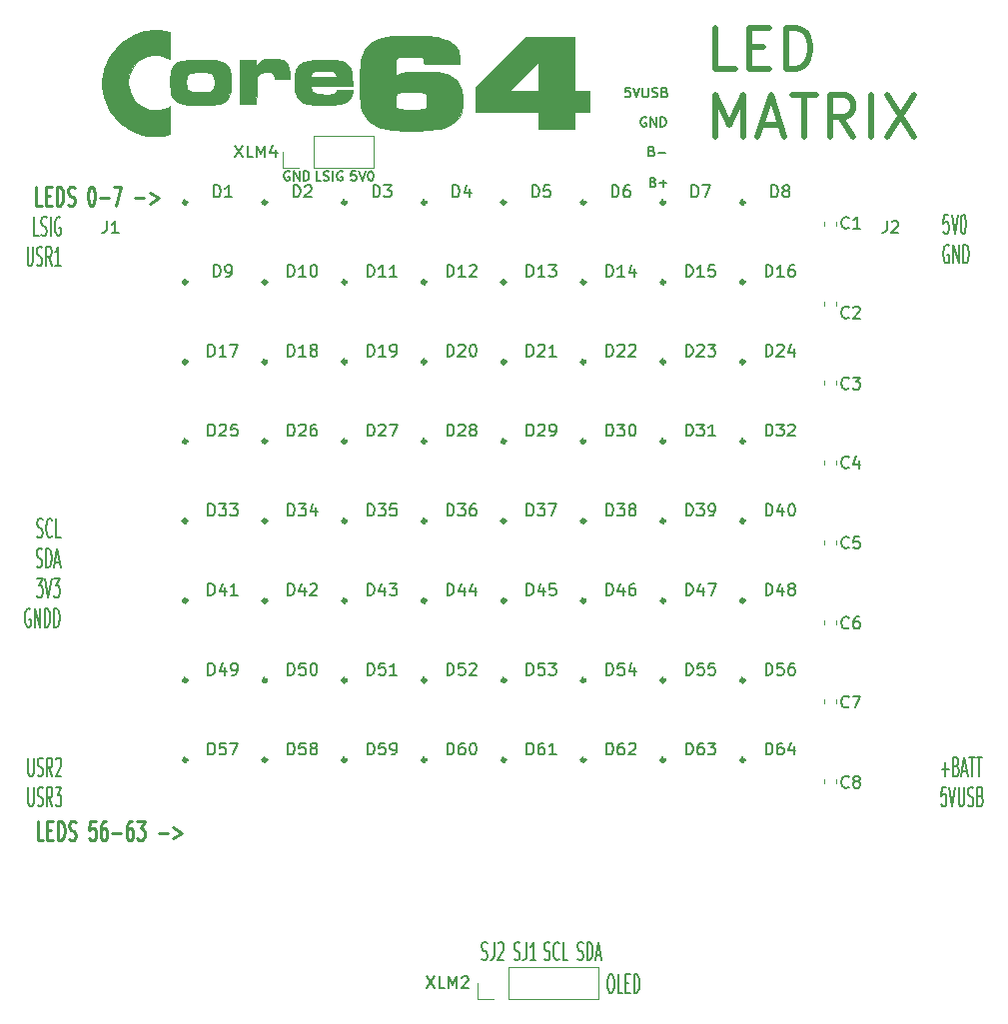
<source format=gto>
G04 #@! TF.GenerationSoftware,KiCad,Pcbnew,(5.1.2-1)-1*
G04 #@! TF.CreationDate,2021-02-18T11:20:44-06:00*
G04 #@! TF.ProjectId,Core64 LM v0.1,436f7265-3634-4204-9c4d-2076302e312e,0.3*
G04 #@! TF.SameCoordinates,Original*
G04 #@! TF.FileFunction,Legend,Top*
G04 #@! TF.FilePolarity,Positive*
%FSLAX46Y46*%
G04 Gerber Fmt 4.6, Leading zero omitted, Abs format (unit mm)*
G04 Created by KiCad (PCBNEW (5.1.2-1)-1) date 2021-02-18 11:20:44*
%MOMM*%
%LPD*%
G04 APERTURE LIST*
%ADD10C,0.160000*%
%ADD11C,0.150000*%
%ADD12C,0.250000*%
%ADD13C,0.500000*%
%ADD14C,0.300000*%
%ADD15C,0.120000*%
%ADD16C,0.010000*%
G04 APERTURE END LIST*
D10*
X12862666Y27957142D02*
X12976952Y27919047D01*
X13015047Y27880952D01*
X13053142Y27804761D01*
X13053142Y27690476D01*
X13015047Y27614285D01*
X12976952Y27576190D01*
X12900761Y27538095D01*
X12596000Y27538095D01*
X12596000Y28338095D01*
X12862666Y28338095D01*
X12938857Y28300000D01*
X12976952Y28261904D01*
X13015047Y28185714D01*
X13015047Y28109523D01*
X12976952Y28033333D01*
X12938857Y27995238D01*
X12862666Y27957142D01*
X12596000Y27957142D01*
X13396000Y27842857D02*
X14005523Y27842857D01*
X13700761Y27538095D02*
X13700761Y28147619D01*
X12762666Y30557142D02*
X12876952Y30519047D01*
X12915047Y30480952D01*
X12953142Y30404761D01*
X12953142Y30290476D01*
X12915047Y30214285D01*
X12876952Y30176190D01*
X12800761Y30138095D01*
X12496000Y30138095D01*
X12496000Y30938095D01*
X12762666Y30938095D01*
X12838857Y30900000D01*
X12876952Y30861904D01*
X12915047Y30785714D01*
X12915047Y30709523D01*
X12876952Y30633333D01*
X12838857Y30595238D01*
X12762666Y30557142D01*
X12496000Y30557142D01*
X13296000Y30442857D02*
X13905523Y30442857D01*
X12267428Y33400000D02*
X12191238Y33438095D01*
X12076952Y33438095D01*
X11962666Y33400000D01*
X11886476Y33323809D01*
X11848380Y33247619D01*
X11810285Y33095238D01*
X11810285Y32980952D01*
X11848380Y32828571D01*
X11886476Y32752380D01*
X11962666Y32676190D01*
X12076952Y32638095D01*
X12153142Y32638095D01*
X12267428Y32676190D01*
X12305523Y32714285D01*
X12305523Y32980952D01*
X12153142Y32980952D01*
X12648380Y32638095D02*
X12648380Y33438095D01*
X13105523Y32638095D01*
X13105523Y33438095D01*
X13486476Y32638095D02*
X13486476Y33438095D01*
X13676952Y33438095D01*
X13791238Y33400000D01*
X13867428Y33323809D01*
X13905523Y33247619D01*
X13943619Y33095238D01*
X13943619Y32980952D01*
X13905523Y32828571D01*
X13867428Y32752380D01*
X13791238Y32676190D01*
X13676952Y32638095D01*
X13486476Y32638095D01*
X10919809Y35938095D02*
X10538857Y35938095D01*
X10500761Y35557142D01*
X10538857Y35595238D01*
X10615047Y35633333D01*
X10805523Y35633333D01*
X10881714Y35595238D01*
X10919809Y35557142D01*
X10957904Y35480952D01*
X10957904Y35290476D01*
X10919809Y35214285D01*
X10881714Y35176190D01*
X10805523Y35138095D01*
X10615047Y35138095D01*
X10538857Y35176190D01*
X10500761Y35214285D01*
X11186476Y35938095D02*
X11453142Y35138095D01*
X11719809Y35938095D01*
X11986476Y35938095D02*
X11986476Y35290476D01*
X12024571Y35214285D01*
X12062666Y35176190D01*
X12138857Y35138095D01*
X12291238Y35138095D01*
X12367428Y35176190D01*
X12405523Y35214285D01*
X12443619Y35290476D01*
X12443619Y35938095D01*
X12786476Y35176190D02*
X12900761Y35138095D01*
X13091238Y35138095D01*
X13167428Y35176190D01*
X13205523Y35214285D01*
X13243619Y35290476D01*
X13243619Y35366666D01*
X13205523Y35442857D01*
X13167428Y35480952D01*
X13091238Y35519047D01*
X12938857Y35557142D01*
X12862666Y35595238D01*
X12824571Y35633333D01*
X12786476Y35709523D01*
X12786476Y35785714D01*
X12824571Y35861904D01*
X12862666Y35900000D01*
X12938857Y35938095D01*
X13129333Y35938095D01*
X13243619Y35900000D01*
X13853142Y35557142D02*
X13967428Y35519047D01*
X14005523Y35480952D01*
X14043619Y35404761D01*
X14043619Y35290476D01*
X14005523Y35214285D01*
X13967428Y35176190D01*
X13891238Y35138095D01*
X13586476Y35138095D01*
X13586476Y35938095D01*
X13853142Y35938095D01*
X13929333Y35900000D01*
X13967428Y35861904D01*
X14005523Y35785714D01*
X14005523Y35709523D01*
X13967428Y35633333D01*
X13929333Y35595238D01*
X13853142Y35557142D01*
X13586476Y35557142D01*
X-40105523Y-20844761D02*
X-40105523Y-22123809D01*
X-40067428Y-22274285D01*
X-40029333Y-22349523D01*
X-39953142Y-22424761D01*
X-39800761Y-22424761D01*
X-39724571Y-22349523D01*
X-39686476Y-22274285D01*
X-39648380Y-22123809D01*
X-39648380Y-20844761D01*
X-39305523Y-22349523D02*
X-39191238Y-22424761D01*
X-39000761Y-22424761D01*
X-38924571Y-22349523D01*
X-38886476Y-22274285D01*
X-38848380Y-22123809D01*
X-38848380Y-21973333D01*
X-38886476Y-21822857D01*
X-38924571Y-21747619D01*
X-39000761Y-21672380D01*
X-39153142Y-21597142D01*
X-39229333Y-21521904D01*
X-39267428Y-21446666D01*
X-39305523Y-21296190D01*
X-39305523Y-21145714D01*
X-39267428Y-20995238D01*
X-39229333Y-20920000D01*
X-39153142Y-20844761D01*
X-38962666Y-20844761D01*
X-38848380Y-20920000D01*
X-38048380Y-22424761D02*
X-38315047Y-21672380D01*
X-38505523Y-22424761D02*
X-38505523Y-20844761D01*
X-38200761Y-20844761D01*
X-38124571Y-20920000D01*
X-38086476Y-20995238D01*
X-38048380Y-21145714D01*
X-38048380Y-21371428D01*
X-38086476Y-21521904D01*
X-38124571Y-21597142D01*
X-38200761Y-21672380D01*
X-38505523Y-21672380D01*
X-37743619Y-20995238D02*
X-37705523Y-20920000D01*
X-37629333Y-20844761D01*
X-37438857Y-20844761D01*
X-37362666Y-20920000D01*
X-37324571Y-20995238D01*
X-37286476Y-21145714D01*
X-37286476Y-21296190D01*
X-37324571Y-21521904D01*
X-37781714Y-22424761D01*
X-37286476Y-22424761D01*
X-40105523Y-23374761D02*
X-40105523Y-24653809D01*
X-40067428Y-24804285D01*
X-40029333Y-24879523D01*
X-39953142Y-24954761D01*
X-39800761Y-24954761D01*
X-39724571Y-24879523D01*
X-39686476Y-24804285D01*
X-39648380Y-24653809D01*
X-39648380Y-23374761D01*
X-39305523Y-24879523D02*
X-39191238Y-24954761D01*
X-39000761Y-24954761D01*
X-38924571Y-24879523D01*
X-38886476Y-24804285D01*
X-38848380Y-24653809D01*
X-38848380Y-24503333D01*
X-38886476Y-24352857D01*
X-38924571Y-24277619D01*
X-39000761Y-24202380D01*
X-39153142Y-24127142D01*
X-39229333Y-24051904D01*
X-39267428Y-23976666D01*
X-39305523Y-23826190D01*
X-39305523Y-23675714D01*
X-39267428Y-23525238D01*
X-39229333Y-23450000D01*
X-39153142Y-23374761D01*
X-38962666Y-23374761D01*
X-38848380Y-23450000D01*
X-38048380Y-24954761D02*
X-38315047Y-24202380D01*
X-38505523Y-24954761D02*
X-38505523Y-23374761D01*
X-38200761Y-23374761D01*
X-38124571Y-23450000D01*
X-38086476Y-23525238D01*
X-38048380Y-23675714D01*
X-38048380Y-23901428D01*
X-38086476Y-24051904D01*
X-38124571Y-24127142D01*
X-38200761Y-24202380D01*
X-38505523Y-24202380D01*
X-37781714Y-23374761D02*
X-37286476Y-23374761D01*
X-37553142Y-23976666D01*
X-37438857Y-23976666D01*
X-37362666Y-24051904D01*
X-37324571Y-24127142D01*
X-37286476Y-24277619D01*
X-37286476Y-24653809D01*
X-37324571Y-24804285D01*
X-37362666Y-24879523D01*
X-37438857Y-24954761D01*
X-37667428Y-24954761D01*
X-37743619Y-24879523D01*
X-37781714Y-24804285D01*
D11*
X32666666Y24647619D02*
X32666666Y23933333D01*
X32619047Y23790476D01*
X32523809Y23695238D01*
X32380952Y23647619D01*
X32285714Y23647619D01*
X33095238Y24552380D02*
X33142857Y24600000D01*
X33238095Y24647619D01*
X33476190Y24647619D01*
X33571428Y24600000D01*
X33619047Y24552380D01*
X33666666Y24457142D01*
X33666666Y24361904D01*
X33619047Y24219047D01*
X33047619Y23647619D01*
X33666666Y23647619D01*
X-33433333Y24647619D02*
X-33433333Y23933333D01*
X-33480952Y23790476D01*
X-33576190Y23695238D01*
X-33719047Y23647619D01*
X-33814285Y23647619D01*
X-32433333Y23647619D02*
X-33004761Y23647619D01*
X-32719047Y23647619D02*
X-32719047Y24647619D01*
X-32814285Y24504761D01*
X-32909523Y24409523D01*
X-33004761Y24361904D01*
D10*
X9196857Y-39209761D02*
X9349238Y-39209761D01*
X9425428Y-39285000D01*
X9501619Y-39435476D01*
X9539714Y-39736428D01*
X9539714Y-40263095D01*
X9501619Y-40564047D01*
X9425428Y-40714523D01*
X9349238Y-40789761D01*
X9196857Y-40789761D01*
X9120666Y-40714523D01*
X9044476Y-40564047D01*
X9006380Y-40263095D01*
X9006380Y-39736428D01*
X9044476Y-39435476D01*
X9120666Y-39285000D01*
X9196857Y-39209761D01*
X10263523Y-40789761D02*
X9882571Y-40789761D01*
X9882571Y-39209761D01*
X10530190Y-39962142D02*
X10796857Y-39962142D01*
X10911142Y-40789761D02*
X10530190Y-40789761D01*
X10530190Y-39209761D01*
X10911142Y-39209761D01*
X11254000Y-40789761D02*
X11254000Y-39209761D01*
X11444476Y-39209761D01*
X11558761Y-39285000D01*
X11634952Y-39435476D01*
X11673047Y-39585952D01*
X11711142Y-39886904D01*
X11711142Y-40112619D01*
X11673047Y-40413571D01*
X11634952Y-40564047D01*
X11558761Y-40714523D01*
X11444476Y-40789761D01*
X11254000Y-40789761D01*
X3656380Y-37939523D02*
X3770666Y-38014761D01*
X3961142Y-38014761D01*
X4037333Y-37939523D01*
X4075428Y-37864285D01*
X4113523Y-37713809D01*
X4113523Y-37563333D01*
X4075428Y-37412857D01*
X4037333Y-37337619D01*
X3961142Y-37262380D01*
X3808761Y-37187142D01*
X3732571Y-37111904D01*
X3694476Y-37036666D01*
X3656380Y-36886190D01*
X3656380Y-36735714D01*
X3694476Y-36585238D01*
X3732571Y-36510000D01*
X3808761Y-36434761D01*
X3999238Y-36434761D01*
X4113523Y-36510000D01*
X4913523Y-37864285D02*
X4875428Y-37939523D01*
X4761142Y-38014761D01*
X4684952Y-38014761D01*
X4570666Y-37939523D01*
X4494476Y-37789047D01*
X4456380Y-37638571D01*
X4418285Y-37337619D01*
X4418285Y-37111904D01*
X4456380Y-36810952D01*
X4494476Y-36660476D01*
X4570666Y-36510000D01*
X4684952Y-36434761D01*
X4761142Y-36434761D01*
X4875428Y-36510000D01*
X4913523Y-36585238D01*
X5637333Y-38014761D02*
X5256380Y-38014761D01*
X5256380Y-36434761D01*
X6475428Y-37939523D02*
X6589714Y-38014761D01*
X6780190Y-38014761D01*
X6856380Y-37939523D01*
X6894476Y-37864285D01*
X6932571Y-37713809D01*
X6932571Y-37563333D01*
X6894476Y-37412857D01*
X6856380Y-37337619D01*
X6780190Y-37262380D01*
X6627809Y-37187142D01*
X6551619Y-37111904D01*
X6513523Y-37036666D01*
X6475428Y-36886190D01*
X6475428Y-36735714D01*
X6513523Y-36585238D01*
X6551619Y-36510000D01*
X6627809Y-36434761D01*
X6818285Y-36434761D01*
X6932571Y-36510000D01*
X7275428Y-38014761D02*
X7275428Y-36434761D01*
X7465904Y-36434761D01*
X7580190Y-36510000D01*
X7656380Y-36660476D01*
X7694476Y-36810952D01*
X7732571Y-37111904D01*
X7732571Y-37337619D01*
X7694476Y-37638571D01*
X7656380Y-37789047D01*
X7580190Y-37939523D01*
X7465904Y-38014761D01*
X7275428Y-38014761D01*
X8037333Y-37563333D02*
X8418285Y-37563333D01*
X7961142Y-38014761D02*
X8227809Y-36434761D01*
X8494476Y-38014761D01*
X-1643619Y-37939523D02*
X-1529333Y-38014761D01*
X-1338857Y-38014761D01*
X-1262666Y-37939523D01*
X-1224571Y-37864285D01*
X-1186476Y-37713809D01*
X-1186476Y-37563333D01*
X-1224571Y-37412857D01*
X-1262666Y-37337619D01*
X-1338857Y-37262380D01*
X-1491238Y-37187142D01*
X-1567428Y-37111904D01*
X-1605523Y-37036666D01*
X-1643619Y-36886190D01*
X-1643619Y-36735714D01*
X-1605523Y-36585238D01*
X-1567428Y-36510000D01*
X-1491238Y-36434761D01*
X-1300761Y-36434761D01*
X-1186476Y-36510000D01*
X-615047Y-36434761D02*
X-615047Y-37563333D01*
X-653142Y-37789047D01*
X-729333Y-37939523D01*
X-843619Y-38014761D01*
X-919809Y-38014761D01*
X-272190Y-36585238D02*
X-234095Y-36510000D01*
X-157904Y-36434761D01*
X32571Y-36434761D01*
X108761Y-36510000D01*
X146857Y-36585238D01*
X184952Y-36735714D01*
X184952Y-36886190D01*
X146857Y-37111904D01*
X-310285Y-38014761D01*
X184952Y-38014761D01*
X1099238Y-37939523D02*
X1213523Y-38014761D01*
X1404000Y-38014761D01*
X1480190Y-37939523D01*
X1518285Y-37864285D01*
X1556380Y-37713809D01*
X1556380Y-37563333D01*
X1518285Y-37412857D01*
X1480190Y-37337619D01*
X1404000Y-37262380D01*
X1251619Y-37187142D01*
X1175428Y-37111904D01*
X1137333Y-37036666D01*
X1099238Y-36886190D01*
X1099238Y-36735714D01*
X1137333Y-36585238D01*
X1175428Y-36510000D01*
X1251619Y-36434761D01*
X1442095Y-36434761D01*
X1556380Y-36510000D01*
X2127809Y-36434761D02*
X2127809Y-37563333D01*
X2089714Y-37789047D01*
X2013523Y-37939523D01*
X1899238Y-38014761D01*
X1823047Y-38014761D01*
X2927809Y-38014761D02*
X2470666Y-38014761D01*
X2699238Y-38014761D02*
X2699238Y-36434761D01*
X2623047Y-36660476D01*
X2546857Y-36810952D01*
X2470666Y-36886190D01*
X37309476Y-21797857D02*
X37919000Y-21797857D01*
X37614238Y-22399761D02*
X37614238Y-21195952D01*
X38566619Y-21572142D02*
X38680904Y-21647380D01*
X38719000Y-21722619D01*
X38757095Y-21873095D01*
X38757095Y-22098809D01*
X38719000Y-22249285D01*
X38680904Y-22324523D01*
X38604714Y-22399761D01*
X38299952Y-22399761D01*
X38299952Y-20819761D01*
X38566619Y-20819761D01*
X38642809Y-20895000D01*
X38680904Y-20970238D01*
X38719000Y-21120714D01*
X38719000Y-21271190D01*
X38680904Y-21421666D01*
X38642809Y-21496904D01*
X38566619Y-21572142D01*
X38299952Y-21572142D01*
X39061857Y-21948333D02*
X39442809Y-21948333D01*
X38985666Y-22399761D02*
X39252333Y-20819761D01*
X39519000Y-22399761D01*
X39671380Y-20819761D02*
X40128523Y-20819761D01*
X39899952Y-22399761D02*
X39899952Y-20819761D01*
X40280904Y-20819761D02*
X40738047Y-20819761D01*
X40509476Y-22399761D02*
X40509476Y-20819761D01*
X37690428Y-23349761D02*
X37309476Y-23349761D01*
X37271380Y-24102142D01*
X37309476Y-24026904D01*
X37385666Y-23951666D01*
X37576142Y-23951666D01*
X37652333Y-24026904D01*
X37690428Y-24102142D01*
X37728523Y-24252619D01*
X37728523Y-24628809D01*
X37690428Y-24779285D01*
X37652333Y-24854523D01*
X37576142Y-24929761D01*
X37385666Y-24929761D01*
X37309476Y-24854523D01*
X37271380Y-24779285D01*
X37957095Y-23349761D02*
X38223761Y-24929761D01*
X38490428Y-23349761D01*
X38757095Y-23349761D02*
X38757095Y-24628809D01*
X38795190Y-24779285D01*
X38833285Y-24854523D01*
X38909476Y-24929761D01*
X39061857Y-24929761D01*
X39138047Y-24854523D01*
X39176142Y-24779285D01*
X39214238Y-24628809D01*
X39214238Y-23349761D01*
X39557095Y-24854523D02*
X39671380Y-24929761D01*
X39861857Y-24929761D01*
X39938047Y-24854523D01*
X39976142Y-24779285D01*
X40014238Y-24628809D01*
X40014238Y-24478333D01*
X39976142Y-24327857D01*
X39938047Y-24252619D01*
X39861857Y-24177380D01*
X39709476Y-24102142D01*
X39633285Y-24026904D01*
X39595190Y-23951666D01*
X39557095Y-23801190D01*
X39557095Y-23650714D01*
X39595190Y-23500238D01*
X39633285Y-23425000D01*
X39709476Y-23349761D01*
X39899952Y-23349761D01*
X40014238Y-23425000D01*
X40623761Y-24102142D02*
X40738047Y-24177380D01*
X40776142Y-24252619D01*
X40814238Y-24403095D01*
X40814238Y-24628809D01*
X40776142Y-24779285D01*
X40738047Y-24854523D01*
X40661857Y-24929761D01*
X40357095Y-24929761D01*
X40357095Y-23349761D01*
X40623761Y-23349761D01*
X40699952Y-23425000D01*
X40738047Y-23500238D01*
X40776142Y-23650714D01*
X40776142Y-23801190D01*
X40738047Y-23951666D01*
X40699952Y-24026904D01*
X40623761Y-24102142D01*
X40357095Y-24102142D01*
X-39346142Y-2094523D02*
X-39231857Y-2169761D01*
X-39041380Y-2169761D01*
X-38965190Y-2094523D01*
X-38927095Y-2019285D01*
X-38889000Y-1868809D01*
X-38889000Y-1718333D01*
X-38927095Y-1567857D01*
X-38965190Y-1492619D01*
X-39041380Y-1417380D01*
X-39193761Y-1342142D01*
X-39269952Y-1266904D01*
X-39308047Y-1191666D01*
X-39346142Y-1041190D01*
X-39346142Y-890714D01*
X-39308047Y-740238D01*
X-39269952Y-665000D01*
X-39193761Y-589761D01*
X-39003285Y-589761D01*
X-38889000Y-665000D01*
X-38089000Y-2019285D02*
X-38127095Y-2094523D01*
X-38241380Y-2169761D01*
X-38317571Y-2169761D01*
X-38431857Y-2094523D01*
X-38508047Y-1944047D01*
X-38546142Y-1793571D01*
X-38584238Y-1492619D01*
X-38584238Y-1266904D01*
X-38546142Y-965952D01*
X-38508047Y-815476D01*
X-38431857Y-665000D01*
X-38317571Y-589761D01*
X-38241380Y-589761D01*
X-38127095Y-665000D01*
X-38089000Y-740238D01*
X-37365190Y-2169761D02*
X-37746142Y-2169761D01*
X-37746142Y-589761D01*
X-39384238Y-4624523D02*
X-39269952Y-4699761D01*
X-39079476Y-4699761D01*
X-39003285Y-4624523D01*
X-38965190Y-4549285D01*
X-38927095Y-4398809D01*
X-38927095Y-4248333D01*
X-38965190Y-4097857D01*
X-39003285Y-4022619D01*
X-39079476Y-3947380D01*
X-39231857Y-3872142D01*
X-39308047Y-3796904D01*
X-39346142Y-3721666D01*
X-39384238Y-3571190D01*
X-39384238Y-3420714D01*
X-39346142Y-3270238D01*
X-39308047Y-3195000D01*
X-39231857Y-3119761D01*
X-39041380Y-3119761D01*
X-38927095Y-3195000D01*
X-38584238Y-4699761D02*
X-38584238Y-3119761D01*
X-38393761Y-3119761D01*
X-38279476Y-3195000D01*
X-38203285Y-3345476D01*
X-38165190Y-3495952D01*
X-38127095Y-3796904D01*
X-38127095Y-4022619D01*
X-38165190Y-4323571D01*
X-38203285Y-4474047D01*
X-38279476Y-4624523D01*
X-38393761Y-4699761D01*
X-38584238Y-4699761D01*
X-37822333Y-4248333D02*
X-37441380Y-4248333D01*
X-37898523Y-4699761D02*
X-37631857Y-3119761D01*
X-37365190Y-4699761D01*
X-39384238Y-5649761D02*
X-38889000Y-5649761D01*
X-39155666Y-6251666D01*
X-39041380Y-6251666D01*
X-38965190Y-6326904D01*
X-38927095Y-6402142D01*
X-38889000Y-6552619D01*
X-38889000Y-6928809D01*
X-38927095Y-7079285D01*
X-38965190Y-7154523D01*
X-39041380Y-7229761D01*
X-39269952Y-7229761D01*
X-39346142Y-7154523D01*
X-39384238Y-7079285D01*
X-38660428Y-5649761D02*
X-38393761Y-7229761D01*
X-38127095Y-5649761D01*
X-37936619Y-5649761D02*
X-37441380Y-5649761D01*
X-37708047Y-6251666D01*
X-37593761Y-6251666D01*
X-37517571Y-6326904D01*
X-37479476Y-6402142D01*
X-37441380Y-6552619D01*
X-37441380Y-6928809D01*
X-37479476Y-7079285D01*
X-37517571Y-7154523D01*
X-37593761Y-7229761D01*
X-37822333Y-7229761D01*
X-37898523Y-7154523D01*
X-37936619Y-7079285D01*
X-39917571Y-8255000D02*
X-39993761Y-8179761D01*
X-40108047Y-8179761D01*
X-40222333Y-8255000D01*
X-40298523Y-8405476D01*
X-40336619Y-8555952D01*
X-40374714Y-8856904D01*
X-40374714Y-9082619D01*
X-40336619Y-9383571D01*
X-40298523Y-9534047D01*
X-40222333Y-9684523D01*
X-40108047Y-9759761D01*
X-40031857Y-9759761D01*
X-39917571Y-9684523D01*
X-39879476Y-9609285D01*
X-39879476Y-9082619D01*
X-40031857Y-9082619D01*
X-39536619Y-9759761D02*
X-39536619Y-8179761D01*
X-39079476Y-9759761D01*
X-39079476Y-8179761D01*
X-38698523Y-9759761D02*
X-38698523Y-8179761D01*
X-38508047Y-8179761D01*
X-38393761Y-8255000D01*
X-38317571Y-8405476D01*
X-38279476Y-8555952D01*
X-38241380Y-8856904D01*
X-38241380Y-9082619D01*
X-38279476Y-9383571D01*
X-38317571Y-9534047D01*
X-38393761Y-9684523D01*
X-38508047Y-9759761D01*
X-38698523Y-9759761D01*
X-37898523Y-9759761D02*
X-37898523Y-8179761D01*
X-37708047Y-8179761D01*
X-37593761Y-8255000D01*
X-37517571Y-8405476D01*
X-37479476Y-8555952D01*
X-37441380Y-8856904D01*
X-37441380Y-9082619D01*
X-37479476Y-9383571D01*
X-37517571Y-9534047D01*
X-37593761Y-9684523D01*
X-37708047Y-9759761D01*
X-37898523Y-9759761D01*
X-12324571Y28863095D02*
X-12705523Y28863095D01*
X-12743619Y28482142D01*
X-12705523Y28520238D01*
X-12629333Y28558333D01*
X-12438857Y28558333D01*
X-12362666Y28520238D01*
X-12324571Y28482142D01*
X-12286476Y28405952D01*
X-12286476Y28215476D01*
X-12324571Y28139285D01*
X-12362666Y28101190D01*
X-12438857Y28063095D01*
X-12629333Y28063095D01*
X-12705523Y28101190D01*
X-12743619Y28139285D01*
X-12057904Y28863095D02*
X-11791238Y28063095D01*
X-11524571Y28863095D01*
X-11105523Y28863095D02*
X-11029333Y28863095D01*
X-10953142Y28825000D01*
X-10915047Y28786904D01*
X-10876952Y28710714D01*
X-10838857Y28558333D01*
X-10838857Y28367857D01*
X-10876952Y28215476D01*
X-10915047Y28139285D01*
X-10953142Y28101190D01*
X-11029333Y28063095D01*
X-11105523Y28063095D01*
X-11181714Y28101190D01*
X-11219809Y28139285D01*
X-11257904Y28215476D01*
X-11296000Y28367857D01*
X-11296000Y28558333D01*
X-11257904Y28710714D01*
X-11219809Y28786904D01*
X-11181714Y28825000D01*
X-11105523Y28863095D01*
X-17961476Y28850000D02*
X-18037666Y28888095D01*
X-18151952Y28888095D01*
X-18266238Y28850000D01*
X-18342428Y28773809D01*
X-18380523Y28697619D01*
X-18418619Y28545238D01*
X-18418619Y28430952D01*
X-18380523Y28278571D01*
X-18342428Y28202380D01*
X-18266238Y28126190D01*
X-18151952Y28088095D01*
X-18075761Y28088095D01*
X-17961476Y28126190D01*
X-17923380Y28164285D01*
X-17923380Y28430952D01*
X-18075761Y28430952D01*
X-17580523Y28088095D02*
X-17580523Y28888095D01*
X-17123380Y28088095D01*
X-17123380Y28888095D01*
X-16742428Y28088095D02*
X-16742428Y28888095D01*
X-16551952Y28888095D01*
X-16437666Y28850000D01*
X-16361476Y28773809D01*
X-16323380Y28697619D01*
X-16285285Y28545238D01*
X-16285285Y28430952D01*
X-16323380Y28278571D01*
X-16361476Y28202380D01*
X-16437666Y28126190D01*
X-16551952Y28088095D01*
X-16742428Y28088095D01*
X-15298047Y28063095D02*
X-15679000Y28063095D01*
X-15679000Y28863095D01*
X-15069476Y28101190D02*
X-14955190Y28063095D01*
X-14764714Y28063095D01*
X-14688523Y28101190D01*
X-14650428Y28139285D01*
X-14612333Y28215476D01*
X-14612333Y28291666D01*
X-14650428Y28367857D01*
X-14688523Y28405952D01*
X-14764714Y28444047D01*
X-14917095Y28482142D01*
X-14993285Y28520238D01*
X-15031380Y28558333D01*
X-15069476Y28634523D01*
X-15069476Y28710714D01*
X-15031380Y28786904D01*
X-14993285Y28825000D01*
X-14917095Y28863095D01*
X-14726619Y28863095D01*
X-14612333Y28825000D01*
X-14269476Y28063095D02*
X-14269476Y28863095D01*
X-13469476Y28825000D02*
X-13545666Y28863095D01*
X-13659952Y28863095D01*
X-13774238Y28825000D01*
X-13850428Y28748809D01*
X-13888523Y28672619D01*
X-13926619Y28520238D01*
X-13926619Y28405952D01*
X-13888523Y28253571D01*
X-13850428Y28177380D01*
X-13774238Y28101190D01*
X-13659952Y28063095D01*
X-13583761Y28063095D01*
X-13469476Y28101190D01*
X-13431380Y28139285D01*
X-13431380Y28405952D01*
X-13583761Y28405952D01*
D12*
X-38923214Y25976190D02*
X-39399404Y25976190D01*
X-39399404Y27576190D01*
X-38589880Y26814285D02*
X-38256547Y26814285D01*
X-38113690Y25976190D02*
X-38589880Y25976190D01*
X-38589880Y27576190D01*
X-38113690Y27576190D01*
X-37685119Y25976190D02*
X-37685119Y27576190D01*
X-37447023Y27576190D01*
X-37304166Y27500000D01*
X-37208928Y27347619D01*
X-37161309Y27195238D01*
X-37113690Y26890476D01*
X-37113690Y26661904D01*
X-37161309Y26357142D01*
X-37208928Y26204761D01*
X-37304166Y26052380D01*
X-37447023Y25976190D01*
X-37685119Y25976190D01*
X-36732738Y26052380D02*
X-36589880Y25976190D01*
X-36351785Y25976190D01*
X-36256547Y26052380D01*
X-36208928Y26128571D01*
X-36161309Y26280952D01*
X-36161309Y26433333D01*
X-36208928Y26585714D01*
X-36256547Y26661904D01*
X-36351785Y26738095D01*
X-36542261Y26814285D01*
X-36637500Y26890476D01*
X-36685119Y26966666D01*
X-36732738Y27119047D01*
X-36732738Y27271428D01*
X-36685119Y27423809D01*
X-36637500Y27500000D01*
X-36542261Y27576190D01*
X-36304166Y27576190D01*
X-36161309Y27500000D01*
X-34780357Y27576190D02*
X-34685119Y27576190D01*
X-34589880Y27500000D01*
X-34542261Y27423809D01*
X-34494642Y27271428D01*
X-34447023Y26966666D01*
X-34447023Y26585714D01*
X-34494642Y26280952D01*
X-34542261Y26128571D01*
X-34589880Y26052380D01*
X-34685119Y25976190D01*
X-34780357Y25976190D01*
X-34875595Y26052380D01*
X-34923214Y26128571D01*
X-34970833Y26280952D01*
X-35018452Y26585714D01*
X-35018452Y26966666D01*
X-34970833Y27271428D01*
X-34923214Y27423809D01*
X-34875595Y27500000D01*
X-34780357Y27576190D01*
X-34018452Y26585714D02*
X-33256547Y26585714D01*
X-32875595Y27576190D02*
X-32208928Y27576190D01*
X-32637500Y25976190D01*
X-31066071Y26585714D02*
X-30304166Y26585714D01*
X-29827976Y27042857D02*
X-29066071Y26585714D01*
X-29827976Y26128571D01*
D13*
X19840000Y37541666D02*
X18173333Y37541666D01*
X18173333Y41041666D01*
X21006666Y39375000D02*
X22173333Y39375000D01*
X22673333Y37541666D02*
X21006666Y37541666D01*
X21006666Y41041666D01*
X22673333Y41041666D01*
X24173333Y37541666D02*
X24173333Y41041666D01*
X25006666Y41041666D01*
X25506666Y40875000D01*
X25840000Y40541666D01*
X26006666Y40208333D01*
X26173333Y39541666D01*
X26173333Y39041666D01*
X26006666Y38375000D01*
X25840000Y38041666D01*
X25506666Y37708333D01*
X25006666Y37541666D01*
X24173333Y37541666D01*
X18173333Y31791666D02*
X18173333Y35291666D01*
X19340000Y32791666D01*
X20506666Y35291666D01*
X20506666Y31791666D01*
X22006666Y32791666D02*
X23673333Y32791666D01*
X21673333Y31791666D02*
X22840000Y35291666D01*
X24006666Y31791666D01*
X24673333Y35291666D02*
X26673333Y35291666D01*
X25673333Y31791666D02*
X25673333Y35291666D01*
X29840000Y31791666D02*
X28673333Y33458333D01*
X27840000Y31791666D02*
X27840000Y35291666D01*
X29173333Y35291666D01*
X29506666Y35125000D01*
X29673333Y34958333D01*
X29840000Y34625000D01*
X29840000Y34125000D01*
X29673333Y33791666D01*
X29506666Y33625000D01*
X29173333Y33458333D01*
X27840000Y33458333D01*
X31340000Y31791666D02*
X31340000Y35291666D01*
X32673333Y35291666D02*
X35006666Y31791666D01*
X35006666Y35291666D02*
X32673333Y31791666D01*
D10*
X-39208047Y23400238D02*
X-39589000Y23400238D01*
X-39589000Y24980238D01*
X-38979476Y23475476D02*
X-38865190Y23400238D01*
X-38674714Y23400238D01*
X-38598523Y23475476D01*
X-38560428Y23550714D01*
X-38522333Y23701190D01*
X-38522333Y23851666D01*
X-38560428Y24002142D01*
X-38598523Y24077380D01*
X-38674714Y24152619D01*
X-38827095Y24227857D01*
X-38903285Y24303095D01*
X-38941380Y24378333D01*
X-38979476Y24528809D01*
X-38979476Y24679285D01*
X-38941380Y24829761D01*
X-38903285Y24905000D01*
X-38827095Y24980238D01*
X-38636619Y24980238D01*
X-38522333Y24905000D01*
X-38179476Y23400238D02*
X-38179476Y24980238D01*
X-37379476Y24905000D02*
X-37455666Y24980238D01*
X-37569952Y24980238D01*
X-37684238Y24905000D01*
X-37760428Y24754523D01*
X-37798523Y24604047D01*
X-37836619Y24303095D01*
X-37836619Y24077380D01*
X-37798523Y23776428D01*
X-37760428Y23625952D01*
X-37684238Y23475476D01*
X-37569952Y23400238D01*
X-37493761Y23400238D01*
X-37379476Y23475476D01*
X-37341380Y23550714D01*
X-37341380Y24077380D01*
X-37493761Y24077380D01*
X-40160428Y22450238D02*
X-40160428Y21171190D01*
X-40122333Y21020714D01*
X-40084238Y20945476D01*
X-40008047Y20870238D01*
X-39855666Y20870238D01*
X-39779476Y20945476D01*
X-39741380Y21020714D01*
X-39703285Y21171190D01*
X-39703285Y22450238D01*
X-39360428Y20945476D02*
X-39246142Y20870238D01*
X-39055666Y20870238D01*
X-38979476Y20945476D01*
X-38941380Y21020714D01*
X-38903285Y21171190D01*
X-38903285Y21321666D01*
X-38941380Y21472142D01*
X-38979476Y21547380D01*
X-39055666Y21622619D01*
X-39208047Y21697857D01*
X-39284238Y21773095D01*
X-39322333Y21848333D01*
X-39360428Y21998809D01*
X-39360428Y22149285D01*
X-39322333Y22299761D01*
X-39284238Y22375000D01*
X-39208047Y22450238D01*
X-39017571Y22450238D01*
X-38903285Y22375000D01*
X-38103285Y20870238D02*
X-38369952Y21622619D01*
X-38560428Y20870238D02*
X-38560428Y22450238D01*
X-38255666Y22450238D01*
X-38179476Y22375000D01*
X-38141380Y22299761D01*
X-38103285Y22149285D01*
X-38103285Y21923571D01*
X-38141380Y21773095D01*
X-38179476Y21697857D01*
X-38255666Y21622619D01*
X-38560428Y21622619D01*
X-37341380Y20870238D02*
X-37798523Y20870238D01*
X-37569952Y20870238D02*
X-37569952Y22450238D01*
X-37646142Y22224523D01*
X-37722333Y22074047D01*
X-37798523Y21998809D01*
D12*
X-38823214Y-27823809D02*
X-39299404Y-27823809D01*
X-39299404Y-26223809D01*
X-38489880Y-26985714D02*
X-38156547Y-26985714D01*
X-38013690Y-27823809D02*
X-38489880Y-27823809D01*
X-38489880Y-26223809D01*
X-38013690Y-26223809D01*
X-37585119Y-27823809D02*
X-37585119Y-26223809D01*
X-37347023Y-26223809D01*
X-37204166Y-26300000D01*
X-37108928Y-26452380D01*
X-37061309Y-26604761D01*
X-37013690Y-26909523D01*
X-37013690Y-27138095D01*
X-37061309Y-27442857D01*
X-37108928Y-27595238D01*
X-37204166Y-27747619D01*
X-37347023Y-27823809D01*
X-37585119Y-27823809D01*
X-36632738Y-27747619D02*
X-36489880Y-27823809D01*
X-36251785Y-27823809D01*
X-36156547Y-27747619D01*
X-36108928Y-27671428D01*
X-36061309Y-27519047D01*
X-36061309Y-27366666D01*
X-36108928Y-27214285D01*
X-36156547Y-27138095D01*
X-36251785Y-27061904D01*
X-36442261Y-26985714D01*
X-36537500Y-26909523D01*
X-36585119Y-26833333D01*
X-36632738Y-26680952D01*
X-36632738Y-26528571D01*
X-36585119Y-26376190D01*
X-36537500Y-26300000D01*
X-36442261Y-26223809D01*
X-36204166Y-26223809D01*
X-36061309Y-26300000D01*
X-34394642Y-26223809D02*
X-34870833Y-26223809D01*
X-34918452Y-26985714D01*
X-34870833Y-26909523D01*
X-34775595Y-26833333D01*
X-34537500Y-26833333D01*
X-34442261Y-26909523D01*
X-34394642Y-26985714D01*
X-34347023Y-27138095D01*
X-34347023Y-27519047D01*
X-34394642Y-27671428D01*
X-34442261Y-27747619D01*
X-34537500Y-27823809D01*
X-34775595Y-27823809D01*
X-34870833Y-27747619D01*
X-34918452Y-27671428D01*
X-33489880Y-26223809D02*
X-33680357Y-26223809D01*
X-33775595Y-26300000D01*
X-33823214Y-26376190D01*
X-33918452Y-26604761D01*
X-33966071Y-26909523D01*
X-33966071Y-27519047D01*
X-33918452Y-27671428D01*
X-33870833Y-27747619D01*
X-33775595Y-27823809D01*
X-33585119Y-27823809D01*
X-33489880Y-27747619D01*
X-33442261Y-27671428D01*
X-33394642Y-27519047D01*
X-33394642Y-27138095D01*
X-33442261Y-26985714D01*
X-33489880Y-26909523D01*
X-33585119Y-26833333D01*
X-33775595Y-26833333D01*
X-33870833Y-26909523D01*
X-33918452Y-26985714D01*
X-33966071Y-27138095D01*
X-32966071Y-27214285D02*
X-32204166Y-27214285D01*
X-31299404Y-26223809D02*
X-31489880Y-26223809D01*
X-31585119Y-26300000D01*
X-31632738Y-26376190D01*
X-31727976Y-26604761D01*
X-31775595Y-26909523D01*
X-31775595Y-27519047D01*
X-31727976Y-27671428D01*
X-31680357Y-27747619D01*
X-31585119Y-27823809D01*
X-31394642Y-27823809D01*
X-31299404Y-27747619D01*
X-31251785Y-27671428D01*
X-31204166Y-27519047D01*
X-31204166Y-27138095D01*
X-31251785Y-26985714D01*
X-31299404Y-26909523D01*
X-31394642Y-26833333D01*
X-31585119Y-26833333D01*
X-31680357Y-26909523D01*
X-31727976Y-26985714D01*
X-31775595Y-27138095D01*
X-30870833Y-26223809D02*
X-30251785Y-26223809D01*
X-30585119Y-26833333D01*
X-30442261Y-26833333D01*
X-30347023Y-26909523D01*
X-30299404Y-26985714D01*
X-30251785Y-27138095D01*
X-30251785Y-27519047D01*
X-30299404Y-27671428D01*
X-30347023Y-27747619D01*
X-30442261Y-27823809D01*
X-30727976Y-27823809D01*
X-30823214Y-27747619D01*
X-30870833Y-27671428D01*
X-29061309Y-27214285D02*
X-28299404Y-27214285D01*
X-27823214Y-26757142D02*
X-27061309Y-27214285D01*
X-27823214Y-27671428D01*
D10*
X37890428Y25180238D02*
X37509476Y25180238D01*
X37471380Y24427857D01*
X37509476Y24503095D01*
X37585666Y24578333D01*
X37776142Y24578333D01*
X37852333Y24503095D01*
X37890428Y24427857D01*
X37928523Y24277380D01*
X37928523Y23901190D01*
X37890428Y23750714D01*
X37852333Y23675476D01*
X37776142Y23600238D01*
X37585666Y23600238D01*
X37509476Y23675476D01*
X37471380Y23750714D01*
X38157095Y25180238D02*
X38423761Y23600238D01*
X38690428Y25180238D01*
X39109476Y25180238D02*
X39185666Y25180238D01*
X39261857Y25105000D01*
X39299952Y25029761D01*
X39338047Y24879285D01*
X39376142Y24578333D01*
X39376142Y24202142D01*
X39338047Y23901190D01*
X39299952Y23750714D01*
X39261857Y23675476D01*
X39185666Y23600238D01*
X39109476Y23600238D01*
X39033285Y23675476D01*
X38995190Y23750714D01*
X38957095Y23901190D01*
X38919000Y24202142D01*
X38919000Y24578333D01*
X38957095Y24879285D01*
X38995190Y25029761D01*
X39033285Y25105000D01*
X39109476Y25180238D01*
X37928523Y22575000D02*
X37852333Y22650238D01*
X37738047Y22650238D01*
X37623761Y22575000D01*
X37547571Y22424523D01*
X37509476Y22274047D01*
X37471380Y21973095D01*
X37471380Y21747380D01*
X37509476Y21446428D01*
X37547571Y21295952D01*
X37623761Y21145476D01*
X37738047Y21070238D01*
X37814238Y21070238D01*
X37928523Y21145476D01*
X37966619Y21220714D01*
X37966619Y21747380D01*
X37814238Y21747380D01*
X38309476Y21070238D02*
X38309476Y22650238D01*
X38766619Y21070238D01*
X38766619Y22650238D01*
X39147571Y21070238D02*
X39147571Y22650238D01*
X39338047Y22650238D01*
X39452333Y22575000D01*
X39528523Y22424523D01*
X39566619Y22274047D01*
X39604714Y21973095D01*
X39604714Y21747380D01*
X39566619Y21446428D01*
X39528523Y21295952D01*
X39452333Y21145476D01*
X39338047Y21070238D01*
X39147571Y21070238D01*
D14*
X-13155000Y26225000D02*
G75*
G03X-13155000Y26225000I-150000J0D01*
G01*
X-6405000Y26225000D02*
G75*
G03X-6405000Y26225000I-150000J0D01*
G01*
X-19905000Y26225000D02*
G75*
G03X-19905000Y26225000I-150000J0D01*
G01*
X-26655000Y26225000D02*
G75*
G03X-26655000Y26225000I-150000J0D01*
G01*
X-19905000Y19475000D02*
G75*
G03X-19905000Y19475000I-150000J0D01*
G01*
X-13155000Y19475000D02*
G75*
G03X-13155000Y19475000I-150000J0D01*
G01*
X-6405000Y19475000D02*
G75*
G03X-6405000Y19475000I-150000J0D01*
G01*
X-26655000Y19475000D02*
G75*
G03X-26655000Y19475000I-150000J0D01*
G01*
X13845000Y19475000D02*
G75*
G03X13845000Y19475000I-150000J0D01*
G01*
X20595000Y12725000D02*
G75*
G03X20595000Y12725000I-150000J0D01*
G01*
X345000Y26225000D02*
G75*
G03X345000Y26225000I-150000J0D01*
G01*
X7095000Y26225000D02*
G75*
G03X7095000Y26225000I-150000J0D01*
G01*
X13845000Y26225000D02*
G75*
G03X13845000Y26225000I-150000J0D01*
G01*
X20595000Y26225000D02*
G75*
G03X20595000Y26225000I-150000J0D01*
G01*
X345000Y19475000D02*
G75*
G03X345000Y19475000I-150000J0D01*
G01*
X7095000Y19475000D02*
G75*
G03X7095000Y19475000I-150000J0D01*
G01*
X20595000Y19475000D02*
G75*
G03X20595000Y19475000I-150000J0D01*
G01*
X-26655000Y12725000D02*
G75*
G03X-26655000Y12725000I-150000J0D01*
G01*
X-19905000Y12725000D02*
G75*
G03X-19905000Y12725000I-150000J0D01*
G01*
X-13155000Y12725000D02*
G75*
G03X-13155000Y12725000I-150000J0D01*
G01*
X-6405000Y12725000D02*
G75*
G03X-6405000Y12725000I-150000J0D01*
G01*
X345000Y12725000D02*
G75*
G03X345000Y12725000I-150000J0D01*
G01*
X7095000Y12725000D02*
G75*
G03X7095000Y12725000I-150000J0D01*
G01*
X13845000Y12725000D02*
G75*
G03X13845000Y12725000I-150000J0D01*
G01*
X-26655000Y5975000D02*
G75*
G03X-26655000Y5975000I-150000J0D01*
G01*
X-19905000Y5975000D02*
G75*
G03X-19905000Y5975000I-150000J0D01*
G01*
X-13155000Y5975000D02*
G75*
G03X-13155000Y5975000I-150000J0D01*
G01*
X-6405000Y5975000D02*
G75*
G03X-6405000Y5975000I-150000J0D01*
G01*
X345000Y5975000D02*
G75*
G03X345000Y5975000I-150000J0D01*
G01*
X7095000Y5975000D02*
G75*
G03X7095000Y5975000I-150000J0D01*
G01*
X13845000Y5975000D02*
G75*
G03X13845000Y5975000I-150000J0D01*
G01*
X20595000Y5975000D02*
G75*
G03X20595000Y5975000I-150000J0D01*
G01*
X-26655000Y-775000D02*
G75*
G03X-26655000Y-775000I-150000J0D01*
G01*
X-19905000Y-775000D02*
G75*
G03X-19905000Y-775000I-150000J0D01*
G01*
X-13155000Y-775000D02*
G75*
G03X-13155000Y-775000I-150000J0D01*
G01*
X-6405000Y-775000D02*
G75*
G03X-6405000Y-775000I-150000J0D01*
G01*
X345000Y-775000D02*
G75*
G03X345000Y-775000I-150000J0D01*
G01*
X7095000Y-775000D02*
G75*
G03X7095000Y-775000I-150000J0D01*
G01*
X13845000Y-775000D02*
G75*
G03X13845000Y-775000I-150000J0D01*
G01*
X20595000Y-775000D02*
G75*
G03X20595000Y-775000I-150000J0D01*
G01*
X-26655000Y-7525000D02*
G75*
G03X-26655000Y-7525000I-150000J0D01*
G01*
X-19905000Y-7525000D02*
G75*
G03X-19905000Y-7525000I-150000J0D01*
G01*
X-13155000Y-7525000D02*
G75*
G03X-13155000Y-7525000I-150000J0D01*
G01*
X-6405000Y-7525000D02*
G75*
G03X-6405000Y-7525000I-150000J0D01*
G01*
X345000Y-7525000D02*
G75*
G03X345000Y-7525000I-150000J0D01*
G01*
X7095000Y-7525000D02*
G75*
G03X7095000Y-7525000I-150000J0D01*
G01*
X13845000Y-7525000D02*
G75*
G03X13845000Y-7525000I-150000J0D01*
G01*
X20595000Y-7525000D02*
G75*
G03X20595000Y-7525000I-150000J0D01*
G01*
X-26655000Y-14275000D02*
G75*
G03X-26655000Y-14275000I-150000J0D01*
G01*
X-19905000Y-14275000D02*
G75*
G03X-19905000Y-14275000I-150000J0D01*
G01*
X-13155000Y-14275000D02*
G75*
G03X-13155000Y-14275000I-150000J0D01*
G01*
X-6405000Y-14275000D02*
G75*
G03X-6405000Y-14275000I-150000J0D01*
G01*
X345000Y-14275000D02*
G75*
G03X345000Y-14275000I-150000J0D01*
G01*
X7095000Y-14275000D02*
G75*
G03X7095000Y-14275000I-150000J0D01*
G01*
X13845000Y-14275000D02*
G75*
G03X13845000Y-14275000I-150000J0D01*
G01*
X20595000Y-14275000D02*
G75*
G03X20595000Y-14275000I-150000J0D01*
G01*
X-26655000Y-21025000D02*
G75*
G03X-26655000Y-21025000I-150000J0D01*
G01*
X-19905000Y-21025000D02*
G75*
G03X-19905000Y-21025000I-150000J0D01*
G01*
X-13155000Y-21025000D02*
G75*
G03X-13155000Y-21025000I-150000J0D01*
G01*
X-6405000Y-21025000D02*
G75*
G03X-6405000Y-21025000I-150000J0D01*
G01*
X345000Y-21025000D02*
G75*
G03X345000Y-21025000I-150000J0D01*
G01*
X7095000Y-21025000D02*
G75*
G03X7095000Y-21025000I-150000J0D01*
G01*
X13845000Y-21025000D02*
G75*
G03X13845000Y-21025000I-150000J0D01*
G01*
X20595000Y-21025000D02*
G75*
G03X20595000Y-21025000I-150000J0D01*
G01*
D15*
X-18540000Y29170000D02*
X-18540000Y30500000D01*
X-17210000Y29170000D02*
X-18540000Y29170000D01*
X-15940000Y29170000D02*
X-15940000Y31830000D01*
X-15940000Y31830000D02*
X-10800000Y31830000D01*
X-15940000Y29170000D02*
X-10800000Y29170000D01*
X-10800000Y29170000D02*
X-10800000Y31830000D01*
X-2015000Y-41280000D02*
X-2015000Y-39950000D01*
X-685000Y-41280000D02*
X-2015000Y-41280000D01*
X585000Y-41280000D02*
X585000Y-38620000D01*
X585000Y-38620000D02*
X8265000Y-38620000D01*
X585000Y-41280000D02*
X8265000Y-41280000D01*
X8265000Y-41280000D02*
X8265000Y-38620000D01*
X27375000Y24572779D02*
X27375000Y24247221D01*
X28395000Y24572779D02*
X28395000Y24247221D01*
D16*
G36*
X-19140121Y38381908D02*
G01*
X-18896150Y38358555D01*
X-18691062Y38318792D01*
X-18519833Y38261236D01*
X-18377437Y38184506D01*
X-18258851Y38087220D01*
X-18234658Y38062055D01*
X-18146812Y37951251D01*
X-18077021Y37825803D01*
X-18023296Y37678710D01*
X-17983649Y37502970D01*
X-17956091Y37291582D01*
X-17938632Y37037544D01*
X-17937682Y37016750D01*
X-17921636Y36654800D01*
X-18560034Y36654800D01*
X-19198433Y36654801D01*
X-19212021Y36724650D01*
X-19244362Y36877260D01*
X-19276562Y36989161D01*
X-19314230Y37070120D01*
X-19362978Y37129902D01*
X-19428416Y37178273D01*
X-19492821Y37213442D01*
X-19555458Y37242164D01*
X-19615526Y37260706D01*
X-19686807Y37271223D01*
X-19783083Y37275872D01*
X-19897900Y37276822D01*
X-20127097Y37263911D01*
X-20316378Y37223766D01*
X-20469921Y37154377D01*
X-20591907Y37053729D01*
X-20686518Y36919812D01*
X-20702118Y36889683D01*
X-20716511Y36859568D01*
X-20728404Y36829805D01*
X-20738073Y36795407D01*
X-20745795Y36751384D01*
X-20751848Y36692748D01*
X-20756507Y36614511D01*
X-20760051Y36511685D01*
X-20762757Y36379280D01*
X-20764901Y36212308D01*
X-20766760Y36005782D01*
X-20768612Y35754712D01*
X-20769114Y35683250D01*
X-20776727Y34597400D01*
X-22145800Y34597400D01*
X-22145800Y38305800D01*
X-20825000Y38305800D01*
X-20825000Y37688325D01*
X-20724838Y37843296D01*
X-20612919Y37999287D01*
X-20495425Y38124588D01*
X-20365713Y38221998D01*
X-20217145Y38294318D01*
X-20043080Y38344349D01*
X-19836877Y38374892D01*
X-19591897Y38388746D01*
X-19428000Y38390232D01*
X-19140121Y38381908D01*
X-19140121Y38381908D01*
G37*
X-19140121Y38381908D02*
X-18896150Y38358555D01*
X-18691062Y38318792D01*
X-18519833Y38261236D01*
X-18377437Y38184506D01*
X-18258851Y38087220D01*
X-18234658Y38062055D01*
X-18146812Y37951251D01*
X-18077021Y37825803D01*
X-18023296Y37678710D01*
X-17983649Y37502970D01*
X-17956091Y37291582D01*
X-17938632Y37037544D01*
X-17937682Y37016750D01*
X-17921636Y36654800D01*
X-18560034Y36654800D01*
X-19198433Y36654801D01*
X-19212021Y36724650D01*
X-19244362Y36877260D01*
X-19276562Y36989161D01*
X-19314230Y37070120D01*
X-19362978Y37129902D01*
X-19428416Y37178273D01*
X-19492821Y37213442D01*
X-19555458Y37242164D01*
X-19615526Y37260706D01*
X-19686807Y37271223D01*
X-19783083Y37275872D01*
X-19897900Y37276822D01*
X-20127097Y37263911D01*
X-20316378Y37223766D01*
X-20469921Y37154377D01*
X-20591907Y37053729D01*
X-20686518Y36919812D01*
X-20702118Y36889683D01*
X-20716511Y36859568D01*
X-20728404Y36829805D01*
X-20738073Y36795407D01*
X-20745795Y36751384D01*
X-20751848Y36692748D01*
X-20756507Y36614511D01*
X-20760051Y36511685D01*
X-20762757Y36379280D01*
X-20764901Y36212308D01*
X-20766760Y36005782D01*
X-20768612Y35754712D01*
X-20769114Y35683250D01*
X-20776727Y34597400D01*
X-22145800Y34597400D01*
X-22145800Y38305800D01*
X-20825000Y38305800D01*
X-20825000Y37688325D01*
X-20724838Y37843296D01*
X-20612919Y37999287D01*
X-20495425Y38124588D01*
X-20365713Y38221998D01*
X-20217145Y38294318D01*
X-20043080Y38344349D01*
X-19836877Y38374892D01*
X-19591897Y38388746D01*
X-19428000Y38390232D01*
X-19140121Y38381908D01*
G36*
X-14500765Y38296539D02*
G01*
X-14197187Y38282057D01*
X-13933095Y38257969D01*
X-13704914Y38223642D01*
X-13509067Y38178437D01*
X-13341979Y38121721D01*
X-13200075Y38052858D01*
X-13079777Y37971211D01*
X-13001543Y37901164D01*
X-12923221Y37812941D01*
X-12857192Y37715117D01*
X-12802141Y37602360D01*
X-12756754Y37469337D01*
X-12719717Y37310718D01*
X-12689716Y37121171D01*
X-12665436Y36895364D01*
X-12645564Y36627965D01*
X-12633270Y36407150D01*
X-12617740Y36096000D01*
X-16153150Y36096000D01*
X-16137879Y35962650D01*
X-16105841Y35788987D01*
X-16050453Y35655502D01*
X-15965433Y35555218D01*
X-15844498Y35481156D01*
X-15681367Y35426339D01*
X-15647702Y35418133D01*
X-15568842Y35402164D01*
X-15482228Y35390216D01*
X-15379297Y35381777D01*
X-15251486Y35376337D01*
X-15090231Y35373385D01*
X-14886971Y35372409D01*
X-14881400Y35372406D01*
X-14695105Y35372579D01*
X-14552240Y35373720D01*
X-14445437Y35376421D01*
X-14367327Y35381275D01*
X-14310542Y35388874D01*
X-14267714Y35399810D01*
X-14231473Y35414678D01*
X-14208300Y35426548D01*
X-14106630Y35491705D01*
X-14040787Y35564724D01*
X-13996496Y35661834D01*
X-13993642Y35670550D01*
X-13963061Y35765800D01*
X-12620800Y35765800D01*
X-12621304Y35708650D01*
X-12631194Y35580541D01*
X-12655815Y35433580D01*
X-12690531Y35289857D01*
X-12730709Y35171465D01*
X-12737042Y35156989D01*
X-12814113Y35019540D01*
X-12913601Y34899641D01*
X-13038357Y34796473D01*
X-13191236Y34709219D01*
X-13375087Y34637063D01*
X-13592764Y34579186D01*
X-13847119Y34534772D01*
X-14141004Y34503003D01*
X-14477270Y34483062D01*
X-14858771Y34474132D01*
X-15121428Y34473779D01*
X-15303337Y34475710D01*
X-15481357Y34479202D01*
X-15644725Y34483923D01*
X-15782679Y34489543D01*
X-15884458Y34495731D01*
X-15910100Y34498027D01*
X-16237638Y34544002D01*
X-16522934Y34610104D01*
X-16764147Y34695835D01*
X-16903906Y34766168D01*
X-17013206Y34845726D01*
X-17128319Y34955660D01*
X-17234414Y35079930D01*
X-17316663Y35202494D01*
X-17329583Y35226644D01*
X-17369870Y35317439D01*
X-17413471Y35433167D01*
X-17451256Y35549506D01*
X-17452783Y35554744D01*
X-17470782Y35620363D01*
X-17484587Y35682513D01*
X-17494745Y35749141D01*
X-17501799Y35828197D01*
X-17506296Y35927630D01*
X-17508779Y36055391D01*
X-17509794Y36219427D01*
X-17509912Y36388100D01*
X-17509086Y36603584D01*
X-17506585Y36775877D01*
X-17502985Y36883400D01*
X-16171451Y36883400D01*
X-13961347Y36883400D01*
X-13979051Y36977773D01*
X-14027633Y37127576D01*
X-14111190Y37240950D01*
X-14231361Y37319797D01*
X-14293790Y37343276D01*
X-14357959Y37355135D01*
X-14463339Y37365369D01*
X-14600364Y37373804D01*
X-14759464Y37380267D01*
X-14931072Y37384587D01*
X-15105621Y37386588D01*
X-15273542Y37386100D01*
X-15425269Y37382948D01*
X-15551232Y37376959D01*
X-15641865Y37367961D01*
X-15643676Y37367684D01*
X-15824460Y37325888D01*
X-15962600Y37261403D01*
X-16062446Y37170836D01*
X-16128347Y37050793D01*
X-16151612Y36971361D01*
X-16171451Y36883400D01*
X-17502985Y36883400D01*
X-17502008Y36912572D01*
X-17494952Y37021262D01*
X-17485015Y37109539D01*
X-17471795Y37184998D01*
X-17466446Y37209238D01*
X-17391811Y37458096D01*
X-17291015Y37665764D01*
X-17160355Y37836621D01*
X-16996128Y37975043D01*
X-16794629Y38085408D01*
X-16689436Y38127584D01*
X-16566476Y38169401D01*
X-16445131Y38203648D01*
X-16318307Y38231166D01*
X-16178910Y38252794D01*
X-16019846Y38269374D01*
X-15834019Y38281747D01*
X-15614337Y38290751D01*
X-15353704Y38297229D01*
X-15240682Y38299232D01*
X-14847405Y38302052D01*
X-14500765Y38296539D01*
X-14500765Y38296539D01*
G37*
X-14500765Y38296539D02*
X-14197187Y38282057D01*
X-13933095Y38257969D01*
X-13704914Y38223642D01*
X-13509067Y38178437D01*
X-13341979Y38121721D01*
X-13200075Y38052858D01*
X-13079777Y37971211D01*
X-13001543Y37901164D01*
X-12923221Y37812941D01*
X-12857192Y37715117D01*
X-12802141Y37602360D01*
X-12756754Y37469337D01*
X-12719717Y37310718D01*
X-12689716Y37121171D01*
X-12665436Y36895364D01*
X-12645564Y36627965D01*
X-12633270Y36407150D01*
X-12617740Y36096000D01*
X-16153150Y36096000D01*
X-16137879Y35962650D01*
X-16105841Y35788987D01*
X-16050453Y35655502D01*
X-15965433Y35555218D01*
X-15844498Y35481156D01*
X-15681367Y35426339D01*
X-15647702Y35418133D01*
X-15568842Y35402164D01*
X-15482228Y35390216D01*
X-15379297Y35381777D01*
X-15251486Y35376337D01*
X-15090231Y35373385D01*
X-14886971Y35372409D01*
X-14881400Y35372406D01*
X-14695105Y35372579D01*
X-14552240Y35373720D01*
X-14445437Y35376421D01*
X-14367327Y35381275D01*
X-14310542Y35388874D01*
X-14267714Y35399810D01*
X-14231473Y35414678D01*
X-14208300Y35426548D01*
X-14106630Y35491705D01*
X-14040787Y35564724D01*
X-13996496Y35661834D01*
X-13993642Y35670550D01*
X-13963061Y35765800D01*
X-12620800Y35765800D01*
X-12621304Y35708650D01*
X-12631194Y35580541D01*
X-12655815Y35433580D01*
X-12690531Y35289857D01*
X-12730709Y35171465D01*
X-12737042Y35156989D01*
X-12814113Y35019540D01*
X-12913601Y34899641D01*
X-13038357Y34796473D01*
X-13191236Y34709219D01*
X-13375087Y34637063D01*
X-13592764Y34579186D01*
X-13847119Y34534772D01*
X-14141004Y34503003D01*
X-14477270Y34483062D01*
X-14858771Y34474132D01*
X-15121428Y34473779D01*
X-15303337Y34475710D01*
X-15481357Y34479202D01*
X-15644725Y34483923D01*
X-15782679Y34489543D01*
X-15884458Y34495731D01*
X-15910100Y34498027D01*
X-16237638Y34544002D01*
X-16522934Y34610104D01*
X-16764147Y34695835D01*
X-16903906Y34766168D01*
X-17013206Y34845726D01*
X-17128319Y34955660D01*
X-17234414Y35079930D01*
X-17316663Y35202494D01*
X-17329583Y35226644D01*
X-17369870Y35317439D01*
X-17413471Y35433167D01*
X-17451256Y35549506D01*
X-17452783Y35554744D01*
X-17470782Y35620363D01*
X-17484587Y35682513D01*
X-17494745Y35749141D01*
X-17501799Y35828197D01*
X-17506296Y35927630D01*
X-17508779Y36055391D01*
X-17509794Y36219427D01*
X-17509912Y36388100D01*
X-17509086Y36603584D01*
X-17506585Y36775877D01*
X-17502985Y36883400D01*
X-16171451Y36883400D01*
X-13961347Y36883400D01*
X-13979051Y36977773D01*
X-14027633Y37127576D01*
X-14111190Y37240950D01*
X-14231361Y37319797D01*
X-14293790Y37343276D01*
X-14357959Y37355135D01*
X-14463339Y37365369D01*
X-14600364Y37373804D01*
X-14759464Y37380267D01*
X-14931072Y37384587D01*
X-15105621Y37386588D01*
X-15273542Y37386100D01*
X-15425269Y37382948D01*
X-15551232Y37376959D01*
X-15641865Y37367961D01*
X-15643676Y37367684D01*
X-15824460Y37325888D01*
X-15962600Y37261403D01*
X-16062446Y37170836D01*
X-16128347Y37050793D01*
X-16151612Y36971361D01*
X-16171451Y36883400D01*
X-17502985Y36883400D01*
X-17502008Y36912572D01*
X-17494952Y37021262D01*
X-17485015Y37109539D01*
X-17471795Y37184998D01*
X-17466446Y37209238D01*
X-17391811Y37458096D01*
X-17291015Y37665764D01*
X-17160355Y37836621D01*
X-16996128Y37975043D01*
X-16794629Y38085408D01*
X-16689436Y38127584D01*
X-16566476Y38169401D01*
X-16445131Y38203648D01*
X-16318307Y38231166D01*
X-16178910Y38252794D01*
X-16019846Y38269374D01*
X-15834019Y38281747D01*
X-15614337Y38290751D01*
X-15353704Y38297229D01*
X-15240682Y38299232D01*
X-14847405Y38302052D01*
X-14500765Y38296539D01*
G36*
X-25377891Y38324940D02*
G01*
X-25148917Y38322020D01*
X-24927990Y38317652D01*
X-24722876Y38311922D01*
X-24541338Y38304917D01*
X-24391143Y38296721D01*
X-24280054Y38287422D01*
X-24241300Y38282338D01*
X-23956175Y38226678D01*
X-23716110Y38156694D01*
X-23516547Y38068952D01*
X-23352928Y37960016D01*
X-23220695Y37826452D01*
X-23115289Y37664826D01*
X-23032152Y37471702D01*
X-22991425Y37340600D01*
X-22975098Y37251744D01*
X-22961954Y37121062D01*
X-22951997Y36957429D01*
X-22945230Y36769720D01*
X-22941654Y36566808D01*
X-22941272Y36357570D01*
X-22944088Y36150878D01*
X-22950102Y35955609D01*
X-22959318Y35780636D01*
X-22971738Y35634834D01*
X-22987364Y35527078D01*
X-22990915Y35510701D01*
X-23063485Y35272521D01*
X-23161974Y35074498D01*
X-23290543Y34912515D01*
X-23453356Y34782458D01*
X-23654574Y34680211D01*
X-23898358Y34601660D01*
X-23914332Y34597635D01*
X-24046614Y34568054D01*
X-24195167Y34539737D01*
X-24317500Y34520328D01*
X-24388590Y34513957D01*
X-24502511Y34507714D01*
X-24651297Y34501739D01*
X-24826980Y34496172D01*
X-25021592Y34491155D01*
X-25227165Y34486827D01*
X-25435733Y34483329D01*
X-25639327Y34480801D01*
X-25829979Y34479384D01*
X-25999721Y34479217D01*
X-26140587Y34480442D01*
X-26244609Y34483199D01*
X-26286000Y34485645D01*
X-26363538Y34492962D01*
X-26472511Y34504250D01*
X-26593909Y34517516D01*
X-26641600Y34522920D01*
X-26949989Y34570956D01*
X-27214206Y34640406D01*
X-27437010Y34733234D01*
X-27621160Y34851404D01*
X-27769413Y34996882D01*
X-27884529Y35171631D01*
X-27969265Y35377617D01*
X-28000602Y35490847D01*
X-28028653Y35645716D01*
X-28049728Y35839700D01*
X-28063826Y36061653D01*
X-28070944Y36300432D01*
X-28071014Y36425836D01*
X-26717072Y36425836D01*
X-26710605Y36245213D01*
X-26690166Y36075428D01*
X-26655559Y35928470D01*
X-26626335Y35852883D01*
X-26549518Y35749560D01*
X-26428470Y35667620D01*
X-26265772Y35608717D01*
X-26232739Y35600795D01*
X-26138116Y35586536D01*
X-26005980Y35576224D01*
X-25845674Y35569709D01*
X-25666542Y35566839D01*
X-25477927Y35567465D01*
X-25289173Y35571435D01*
X-25109624Y35578600D01*
X-24948624Y35588808D01*
X-24815515Y35601908D01*
X-24719643Y35617751D01*
X-24691402Y35625643D01*
X-24552689Y35698187D01*
X-24440522Y35805217D01*
X-24365095Y35936257D01*
X-24352490Y35973911D01*
X-24337698Y36055789D01*
X-24327499Y36173016D01*
X-24321870Y36312535D01*
X-24320792Y36461292D01*
X-24324241Y36606232D01*
X-24332197Y36734299D01*
X-24344639Y36832439D01*
X-24353967Y36870700D01*
X-24417484Y37009903D01*
X-24503587Y37108637D01*
X-24599371Y37166510D01*
X-24696781Y37196676D01*
X-24835865Y37221772D01*
X-25007714Y37241367D01*
X-25203414Y37255032D01*
X-25414053Y37262336D01*
X-25630720Y37262849D01*
X-25844502Y37256140D01*
X-26046487Y37241778D01*
X-26082800Y37238149D01*
X-26279025Y37206763D01*
X-26430969Y37157697D01*
X-26542561Y37089295D01*
X-26607180Y37016903D01*
X-26654623Y36912830D01*
X-26688884Y36771635D01*
X-26709767Y36605307D01*
X-26717072Y36425836D01*
X-28071014Y36425836D01*
X-28071081Y36544891D01*
X-28064233Y36783888D01*
X-28050399Y37006276D01*
X-28029575Y37200912D01*
X-28001761Y37356651D01*
X-28000986Y37359911D01*
X-27937839Y37562195D01*
X-27850363Y37735821D01*
X-27735225Y37882872D01*
X-27589093Y38005431D01*
X-27408637Y38105581D01*
X-27190526Y38185405D01*
X-26931427Y38246986D01*
X-26628009Y38292407D01*
X-26485892Y38307228D01*
X-26371698Y38314805D01*
X-26218961Y38320417D01*
X-26035448Y38324150D01*
X-25828921Y38326091D01*
X-25607148Y38326326D01*
X-25377891Y38324940D01*
X-25377891Y38324940D01*
G37*
X-25377891Y38324940D02*
X-25148917Y38322020D01*
X-24927990Y38317652D01*
X-24722876Y38311922D01*
X-24541338Y38304917D01*
X-24391143Y38296721D01*
X-24280054Y38287422D01*
X-24241300Y38282338D01*
X-23956175Y38226678D01*
X-23716110Y38156694D01*
X-23516547Y38068952D01*
X-23352928Y37960016D01*
X-23220695Y37826452D01*
X-23115289Y37664826D01*
X-23032152Y37471702D01*
X-22991425Y37340600D01*
X-22975098Y37251744D01*
X-22961954Y37121062D01*
X-22951997Y36957429D01*
X-22945230Y36769720D01*
X-22941654Y36566808D01*
X-22941272Y36357570D01*
X-22944088Y36150878D01*
X-22950102Y35955609D01*
X-22959318Y35780636D01*
X-22971738Y35634834D01*
X-22987364Y35527078D01*
X-22990915Y35510701D01*
X-23063485Y35272521D01*
X-23161974Y35074498D01*
X-23290543Y34912515D01*
X-23453356Y34782458D01*
X-23654574Y34680211D01*
X-23898358Y34601660D01*
X-23914332Y34597635D01*
X-24046614Y34568054D01*
X-24195167Y34539737D01*
X-24317500Y34520328D01*
X-24388590Y34513957D01*
X-24502511Y34507714D01*
X-24651297Y34501739D01*
X-24826980Y34496172D01*
X-25021592Y34491155D01*
X-25227165Y34486827D01*
X-25435733Y34483329D01*
X-25639327Y34480801D01*
X-25829979Y34479384D01*
X-25999721Y34479217D01*
X-26140587Y34480442D01*
X-26244609Y34483199D01*
X-26286000Y34485645D01*
X-26363538Y34492962D01*
X-26472511Y34504250D01*
X-26593909Y34517516D01*
X-26641600Y34522920D01*
X-26949989Y34570956D01*
X-27214206Y34640406D01*
X-27437010Y34733234D01*
X-27621160Y34851404D01*
X-27769413Y34996882D01*
X-27884529Y35171631D01*
X-27969265Y35377617D01*
X-28000602Y35490847D01*
X-28028653Y35645716D01*
X-28049728Y35839700D01*
X-28063826Y36061653D01*
X-28070944Y36300432D01*
X-28071014Y36425836D01*
X-26717072Y36425836D01*
X-26710605Y36245213D01*
X-26690166Y36075428D01*
X-26655559Y35928470D01*
X-26626335Y35852883D01*
X-26549518Y35749560D01*
X-26428470Y35667620D01*
X-26265772Y35608717D01*
X-26232739Y35600795D01*
X-26138116Y35586536D01*
X-26005980Y35576224D01*
X-25845674Y35569709D01*
X-25666542Y35566839D01*
X-25477927Y35567465D01*
X-25289173Y35571435D01*
X-25109624Y35578600D01*
X-24948624Y35588808D01*
X-24815515Y35601908D01*
X-24719643Y35617751D01*
X-24691402Y35625643D01*
X-24552689Y35698187D01*
X-24440522Y35805217D01*
X-24365095Y35936257D01*
X-24352490Y35973911D01*
X-24337698Y36055789D01*
X-24327499Y36173016D01*
X-24321870Y36312535D01*
X-24320792Y36461292D01*
X-24324241Y36606232D01*
X-24332197Y36734299D01*
X-24344639Y36832439D01*
X-24353967Y36870700D01*
X-24417484Y37009903D01*
X-24503587Y37108637D01*
X-24599371Y37166510D01*
X-24696781Y37196676D01*
X-24835865Y37221772D01*
X-25007714Y37241367D01*
X-25203414Y37255032D01*
X-25414053Y37262336D01*
X-25630720Y37262849D01*
X-25844502Y37256140D01*
X-26046487Y37241778D01*
X-26082800Y37238149D01*
X-26279025Y37206763D01*
X-26430969Y37157697D01*
X-26542561Y37089295D01*
X-26607180Y37016903D01*
X-26654623Y36912830D01*
X-26688884Y36771635D01*
X-26709767Y36605307D01*
X-26717072Y36425836D01*
X-28071014Y36425836D01*
X-28071081Y36544891D01*
X-28064233Y36783888D01*
X-28050399Y37006276D01*
X-28029575Y37200912D01*
X-28001761Y37356651D01*
X-28000986Y37359911D01*
X-27937839Y37562195D01*
X-27850363Y37735821D01*
X-27735225Y37882872D01*
X-27589093Y38005431D01*
X-27408637Y38105581D01*
X-27190526Y38185405D01*
X-26931427Y38246986D01*
X-26628009Y38292407D01*
X-26485892Y38307228D01*
X-26371698Y38314805D01*
X-26218961Y38320417D01*
X-26035448Y38324150D01*
X-25828921Y38326091D01*
X-25607148Y38326326D01*
X-25377891Y38324940D01*
G36*
X6175200Y35638800D02*
G01*
X7445200Y35638800D01*
X7445200Y33886200D01*
X6175200Y33886200D01*
X6175200Y32413000D01*
X3178000Y32413000D01*
X3178000Y33886200D01*
X-2188884Y33886200D01*
X-2175511Y34958423D01*
X-2167025Y35638800D01*
X685340Y35638800D01*
X3178000Y35638800D01*
X3178000Y38165898D01*
X1982564Y36972199D01*
X1777012Y36766665D01*
X1581121Y36570246D01*
X1398018Y36386113D01*
X1230832Y36217440D01*
X1082693Y36067397D01*
X956728Y35939157D01*
X856067Y35835892D01*
X783839Y35760773D01*
X743172Y35716973D01*
X736234Y35708650D01*
X685340Y35638800D01*
X-2167025Y35638800D01*
X-2162137Y36030646D01*
X2082615Y40261600D01*
X6175200Y40261600D01*
X6175200Y35638800D01*
X6175200Y35638800D01*
G37*
X6175200Y35638800D02*
X7445200Y35638800D01*
X7445200Y33886200D01*
X6175200Y33886200D01*
X6175200Y32413000D01*
X3178000Y32413000D01*
X3178000Y33886200D01*
X-2188884Y33886200D01*
X-2175511Y34958423D01*
X-2167025Y35638800D01*
X685340Y35638800D01*
X3178000Y35638800D01*
X3178000Y38165898D01*
X1982564Y36972199D01*
X1777012Y36766665D01*
X1581121Y36570246D01*
X1398018Y36386113D01*
X1230832Y36217440D01*
X1082693Y36067397D01*
X956728Y35939157D01*
X856067Y35835892D01*
X783839Y35760773D01*
X743172Y35716973D01*
X736234Y35708650D01*
X685340Y35638800D01*
X-2167025Y35638800D01*
X-2162137Y36030646D01*
X2082615Y40261600D01*
X6175200Y40261600D01*
X6175200Y35638800D01*
G36*
X-7720770Y40335556D02*
G01*
X-7445813Y40333527D01*
X-7171849Y40330367D01*
X-6904929Y40326137D01*
X-6651103Y40320895D01*
X-6416421Y40314702D01*
X-6206932Y40307620D01*
X-6028689Y40299706D01*
X-5887739Y40291022D01*
X-5790134Y40281628D01*
X-5774349Y40279357D01*
X-5369548Y40204143D01*
X-5011197Y40113700D01*
X-4696937Y40006883D01*
X-4424411Y39882550D01*
X-4191261Y39739558D01*
X-3995128Y39576763D01*
X-3833655Y39393022D01*
X-3776640Y39310933D01*
X-3707839Y39195424D01*
X-3655385Y39082639D01*
X-3616904Y38962499D01*
X-3590022Y38824923D01*
X-3572365Y38659834D01*
X-3561558Y38457153D01*
X-3559321Y38388350D01*
X-3546602Y37950200D01*
X-6543673Y37950200D01*
X-6555313Y38151259D01*
X-6570477Y38292577D01*
X-6600373Y38394144D01*
X-6650188Y38466104D01*
X-6725105Y38518600D01*
X-6749026Y38530172D01*
X-6779507Y38541621D01*
X-6818840Y38550840D01*
X-6872429Y38558061D01*
X-6945677Y38563518D01*
X-7043989Y38567444D01*
X-7172769Y38570071D01*
X-7337422Y38571632D01*
X-7543351Y38572361D01*
X-7731300Y38572500D01*
X-7994432Y38572198D01*
X-8211704Y38570706D01*
X-8388056Y38567144D01*
X-8528427Y38560633D01*
X-8637755Y38550294D01*
X-8720982Y38535248D01*
X-8783045Y38514615D01*
X-8828884Y38487517D01*
X-8863439Y38453074D01*
X-8891649Y38410408D01*
X-8917080Y38361435D01*
X-8935298Y38321934D01*
X-8949439Y38282021D01*
X-8960141Y38234627D01*
X-8968039Y38172686D01*
X-8973771Y38089130D01*
X-8977971Y37976891D01*
X-8981277Y37828904D01*
X-8984324Y37638099D01*
X-8984732Y37609928D01*
X-8987198Y37410903D01*
X-8988017Y37257472D01*
X-8986976Y37144446D01*
X-8983862Y37066639D01*
X-8978464Y37018864D01*
X-8970568Y36995935D01*
X-8959963Y36992663D01*
X-8959470Y36992872D01*
X-8802877Y37061425D01*
X-8662925Y37118846D01*
X-8533051Y37166181D01*
X-8406693Y37204478D01*
X-8277288Y37234786D01*
X-8138275Y37258151D01*
X-7983092Y37275621D01*
X-7805175Y37288244D01*
X-7597963Y37297067D01*
X-7354893Y37303138D01*
X-7069403Y37307504D01*
X-6982000Y37308552D01*
X-6612190Y37311275D01*
X-6287493Y37309984D01*
X-6002342Y37304133D01*
X-5751170Y37293173D01*
X-5528410Y37276556D01*
X-5328493Y37253736D01*
X-5145852Y37224165D01*
X-4974920Y37187294D01*
X-4810128Y37142577D01*
X-4645909Y37089466D01*
X-4603807Y37074639D01*
X-4303010Y36946109D01*
X-4044295Y36789810D01*
X-3826145Y36604051D01*
X-3647047Y36387138D01*
X-3505485Y36137380D01*
X-3399944Y35853083D01*
X-3356789Y35681793D01*
X-3342424Y35606051D01*
X-3331419Y35524033D01*
X-3323396Y35428066D01*
X-3317976Y35310477D01*
X-3314784Y35163594D01*
X-3313441Y34979745D01*
X-3313445Y34800600D01*
X-3314204Y34593231D01*
X-3315835Y34429009D01*
X-3318836Y34300285D01*
X-3323707Y34199407D01*
X-3330948Y34118724D01*
X-3341058Y34050587D01*
X-3354536Y33987344D01*
X-3370520Y33926255D01*
X-3467930Y33656330D01*
X-3603920Y33414998D01*
X-3780611Y33199760D01*
X-4000123Y33008116D01*
X-4264575Y32837565D01*
X-4318842Y32807994D01*
X-4584184Y32684350D01*
X-4879574Y32580056D01*
X-5208547Y32494356D01*
X-5574636Y32426496D01*
X-5981376Y32375718D01*
X-6432300Y32341269D01*
X-6524800Y32336432D01*
X-6752036Y32327742D01*
X-7018002Y32321523D01*
X-7310689Y32317765D01*
X-7618087Y32316460D01*
X-7928188Y32317598D01*
X-8228982Y32321170D01*
X-8508459Y32327168D01*
X-8754610Y32335583D01*
X-8810800Y32338124D01*
X-9289573Y32374246D01*
X-9724164Y32434664D01*
X-10115089Y32519531D01*
X-10462862Y32628997D01*
X-10767996Y32763213D01*
X-11031007Y32922332D01*
X-11172433Y33032943D01*
X-11365172Y33230712D01*
X-11536165Y33470219D01*
X-11682564Y33746045D01*
X-11801522Y34052773D01*
X-11890191Y34384987D01*
X-11894750Y34406900D01*
X-11914724Y34509684D01*
X-11931683Y34610623D01*
X-11945820Y34714596D01*
X-11957330Y34826477D01*
X-11958219Y34838700D01*
X-8975900Y34838700D01*
X-8974953Y34674090D01*
X-8969388Y34535873D01*
X-8955119Y34421723D01*
X-8928062Y34329310D01*
X-8884132Y34256304D01*
X-8819242Y34200378D01*
X-8729308Y34159203D01*
X-8610245Y34130448D01*
X-8457967Y34111787D01*
X-8268389Y34100889D01*
X-8037426Y34095426D01*
X-7760993Y34093070D01*
X-7667134Y34092614D01*
X-7470499Y34092739D01*
X-7278792Y34094755D01*
X-7101401Y34098422D01*
X-6947710Y34103496D01*
X-6827106Y34109738D01*
X-6755398Y34116055D01*
X-6612506Y34137647D01*
X-6503829Y34166385D01*
X-6424504Y34209008D01*
X-6369670Y34272252D01*
X-6334465Y34362858D01*
X-6314027Y34487562D01*
X-6303495Y34653102D01*
X-6300598Y34746384D01*
X-6297235Y34936247D01*
X-6298834Y35083103D01*
X-6306596Y35194605D01*
X-6321720Y35278407D01*
X-6345409Y35342162D01*
X-6378862Y35393525D01*
X-6406964Y35424444D01*
X-6450011Y35461231D01*
X-6502045Y35491582D01*
X-6567998Y35516075D01*
X-6652805Y35535290D01*
X-6761400Y35549806D01*
X-6898716Y35560204D01*
X-7069688Y35567062D01*
X-7279248Y35570961D01*
X-7532332Y35572479D01*
X-7667800Y35572535D01*
X-7958799Y35571879D01*
X-8203084Y35568933D01*
X-8404744Y35561406D01*
X-8567864Y35547005D01*
X-8696532Y35523436D01*
X-8794834Y35488407D01*
X-8866858Y35439625D01*
X-8916691Y35374797D01*
X-8948419Y35291631D01*
X-8966130Y35187835D01*
X-8973910Y35061114D01*
X-8975847Y34909177D01*
X-8975900Y34838700D01*
X-11958219Y34838700D01*
X-11966406Y34951144D01*
X-11973244Y35093472D01*
X-11978038Y35258338D01*
X-11980981Y35450619D01*
X-11982268Y35675190D01*
X-11982093Y35936929D01*
X-11980650Y36240711D01*
X-11978731Y36515100D01*
X-11976278Y36822657D01*
X-11973894Y37084089D01*
X-11971399Y37304071D01*
X-11968611Y37487280D01*
X-11965348Y37638390D01*
X-11961430Y37762075D01*
X-11956675Y37863012D01*
X-11950901Y37945874D01*
X-11943928Y38015338D01*
X-11935573Y38076078D01*
X-11925656Y38132770D01*
X-11913994Y38190088D01*
X-11913694Y38191500D01*
X-11823402Y38545246D01*
X-11710028Y38861221D01*
X-11571234Y39141231D01*
X-11404681Y39387080D01*
X-11208030Y39600574D01*
X-10978944Y39783517D01*
X-10715083Y39937714D01*
X-10414110Y40064971D01*
X-10073686Y40167091D01*
X-9691472Y40245881D01*
X-9265131Y40303145D01*
X-9165088Y40313042D01*
X-9052578Y40320613D01*
X-8898710Y40326632D01*
X-8709536Y40331160D01*
X-8491104Y40334256D01*
X-8249466Y40335981D01*
X-7990672Y40336394D01*
X-7720770Y40335556D01*
X-7720770Y40335556D01*
G37*
X-7720770Y40335556D02*
X-7445813Y40333527D01*
X-7171849Y40330367D01*
X-6904929Y40326137D01*
X-6651103Y40320895D01*
X-6416421Y40314702D01*
X-6206932Y40307620D01*
X-6028689Y40299706D01*
X-5887739Y40291022D01*
X-5790134Y40281628D01*
X-5774349Y40279357D01*
X-5369548Y40204143D01*
X-5011197Y40113700D01*
X-4696937Y40006883D01*
X-4424411Y39882550D01*
X-4191261Y39739558D01*
X-3995128Y39576763D01*
X-3833655Y39393022D01*
X-3776640Y39310933D01*
X-3707839Y39195424D01*
X-3655385Y39082639D01*
X-3616904Y38962499D01*
X-3590022Y38824923D01*
X-3572365Y38659834D01*
X-3561558Y38457153D01*
X-3559321Y38388350D01*
X-3546602Y37950200D01*
X-6543673Y37950200D01*
X-6555313Y38151259D01*
X-6570477Y38292577D01*
X-6600373Y38394144D01*
X-6650188Y38466104D01*
X-6725105Y38518600D01*
X-6749026Y38530172D01*
X-6779507Y38541621D01*
X-6818840Y38550840D01*
X-6872429Y38558061D01*
X-6945677Y38563518D01*
X-7043989Y38567444D01*
X-7172769Y38570071D01*
X-7337422Y38571632D01*
X-7543351Y38572361D01*
X-7731300Y38572500D01*
X-7994432Y38572198D01*
X-8211704Y38570706D01*
X-8388056Y38567144D01*
X-8528427Y38560633D01*
X-8637755Y38550294D01*
X-8720982Y38535248D01*
X-8783045Y38514615D01*
X-8828884Y38487517D01*
X-8863439Y38453074D01*
X-8891649Y38410408D01*
X-8917080Y38361435D01*
X-8935298Y38321934D01*
X-8949439Y38282021D01*
X-8960141Y38234627D01*
X-8968039Y38172686D01*
X-8973771Y38089130D01*
X-8977971Y37976891D01*
X-8981277Y37828904D01*
X-8984324Y37638099D01*
X-8984732Y37609928D01*
X-8987198Y37410903D01*
X-8988017Y37257472D01*
X-8986976Y37144446D01*
X-8983862Y37066639D01*
X-8978464Y37018864D01*
X-8970568Y36995935D01*
X-8959963Y36992663D01*
X-8959470Y36992872D01*
X-8802877Y37061425D01*
X-8662925Y37118846D01*
X-8533051Y37166181D01*
X-8406693Y37204478D01*
X-8277288Y37234786D01*
X-8138275Y37258151D01*
X-7983092Y37275621D01*
X-7805175Y37288244D01*
X-7597963Y37297067D01*
X-7354893Y37303138D01*
X-7069403Y37307504D01*
X-6982000Y37308552D01*
X-6612190Y37311275D01*
X-6287493Y37309984D01*
X-6002342Y37304133D01*
X-5751170Y37293173D01*
X-5528410Y37276556D01*
X-5328493Y37253736D01*
X-5145852Y37224165D01*
X-4974920Y37187294D01*
X-4810128Y37142577D01*
X-4645909Y37089466D01*
X-4603807Y37074639D01*
X-4303010Y36946109D01*
X-4044295Y36789810D01*
X-3826145Y36604051D01*
X-3647047Y36387138D01*
X-3505485Y36137380D01*
X-3399944Y35853083D01*
X-3356789Y35681793D01*
X-3342424Y35606051D01*
X-3331419Y35524033D01*
X-3323396Y35428066D01*
X-3317976Y35310477D01*
X-3314784Y35163594D01*
X-3313441Y34979745D01*
X-3313445Y34800600D01*
X-3314204Y34593231D01*
X-3315835Y34429009D01*
X-3318836Y34300285D01*
X-3323707Y34199407D01*
X-3330948Y34118724D01*
X-3341058Y34050587D01*
X-3354536Y33987344D01*
X-3370520Y33926255D01*
X-3467930Y33656330D01*
X-3603920Y33414998D01*
X-3780611Y33199760D01*
X-4000123Y33008116D01*
X-4264575Y32837565D01*
X-4318842Y32807994D01*
X-4584184Y32684350D01*
X-4879574Y32580056D01*
X-5208547Y32494356D01*
X-5574636Y32426496D01*
X-5981376Y32375718D01*
X-6432300Y32341269D01*
X-6524800Y32336432D01*
X-6752036Y32327742D01*
X-7018002Y32321523D01*
X-7310689Y32317765D01*
X-7618087Y32316460D01*
X-7928188Y32317598D01*
X-8228982Y32321170D01*
X-8508459Y32327168D01*
X-8754610Y32335583D01*
X-8810800Y32338124D01*
X-9289573Y32374246D01*
X-9724164Y32434664D01*
X-10115089Y32519531D01*
X-10462862Y32628997D01*
X-10767996Y32763213D01*
X-11031007Y32922332D01*
X-11172433Y33032943D01*
X-11365172Y33230712D01*
X-11536165Y33470219D01*
X-11682564Y33746045D01*
X-11801522Y34052773D01*
X-11890191Y34384987D01*
X-11894750Y34406900D01*
X-11914724Y34509684D01*
X-11931683Y34610623D01*
X-11945820Y34714596D01*
X-11957330Y34826477D01*
X-11958219Y34838700D01*
X-8975900Y34838700D01*
X-8974953Y34674090D01*
X-8969388Y34535873D01*
X-8955119Y34421723D01*
X-8928062Y34329310D01*
X-8884132Y34256304D01*
X-8819242Y34200378D01*
X-8729308Y34159203D01*
X-8610245Y34130448D01*
X-8457967Y34111787D01*
X-8268389Y34100889D01*
X-8037426Y34095426D01*
X-7760993Y34093070D01*
X-7667134Y34092614D01*
X-7470499Y34092739D01*
X-7278792Y34094755D01*
X-7101401Y34098422D01*
X-6947710Y34103496D01*
X-6827106Y34109738D01*
X-6755398Y34116055D01*
X-6612506Y34137647D01*
X-6503829Y34166385D01*
X-6424504Y34209008D01*
X-6369670Y34272252D01*
X-6334465Y34362858D01*
X-6314027Y34487562D01*
X-6303495Y34653102D01*
X-6300598Y34746384D01*
X-6297235Y34936247D01*
X-6298834Y35083103D01*
X-6306596Y35194605D01*
X-6321720Y35278407D01*
X-6345409Y35342162D01*
X-6378862Y35393525D01*
X-6406964Y35424444D01*
X-6450011Y35461231D01*
X-6502045Y35491582D01*
X-6567998Y35516075D01*
X-6652805Y35535290D01*
X-6761400Y35549806D01*
X-6898716Y35560204D01*
X-7069688Y35567062D01*
X-7279248Y35570961D01*
X-7532332Y35572479D01*
X-7667800Y35572535D01*
X-7958799Y35571879D01*
X-8203084Y35568933D01*
X-8404744Y35561406D01*
X-8567864Y35547005D01*
X-8696532Y35523436D01*
X-8794834Y35488407D01*
X-8866858Y35439625D01*
X-8916691Y35374797D01*
X-8948419Y35291631D01*
X-8966130Y35187835D01*
X-8973910Y35061114D01*
X-8975847Y34909177D01*
X-8975900Y34838700D01*
X-11958219Y34838700D01*
X-11966406Y34951144D01*
X-11973244Y35093472D01*
X-11978038Y35258338D01*
X-11980981Y35450619D01*
X-11982268Y35675190D01*
X-11982093Y35936929D01*
X-11980650Y36240711D01*
X-11978731Y36515100D01*
X-11976278Y36822657D01*
X-11973894Y37084089D01*
X-11971399Y37304071D01*
X-11968611Y37487280D01*
X-11965348Y37638390D01*
X-11961430Y37762075D01*
X-11956675Y37863012D01*
X-11950901Y37945874D01*
X-11943928Y38015338D01*
X-11935573Y38076078D01*
X-11925656Y38132770D01*
X-11913994Y38190088D01*
X-11913694Y38191500D01*
X-11823402Y38545246D01*
X-11710028Y38861221D01*
X-11571234Y39141231D01*
X-11404681Y39387080D01*
X-11208030Y39600574D01*
X-10978944Y39783517D01*
X-10715083Y39937714D01*
X-10414110Y40064971D01*
X-10073686Y40167091D01*
X-9691472Y40245881D01*
X-9265131Y40303145D01*
X-9165088Y40313042D01*
X-9052578Y40320613D01*
X-8898710Y40326632D01*
X-8709536Y40331160D01*
X-8491104Y40334256D01*
X-8249466Y40335981D01*
X-7990672Y40336394D01*
X-7720770Y40335556D01*
G36*
X-29162556Y40816542D02*
G01*
X-28891850Y40803023D01*
X-28636641Y40778211D01*
X-28412370Y40742614D01*
X-28368800Y40733405D01*
X-28254326Y40707978D01*
X-28159787Y40687173D01*
X-28095131Y40673166D01*
X-28070350Y40668132D01*
X-28069050Y40643544D01*
X-28067840Y40573193D01*
X-28066746Y40462118D01*
X-28065798Y40315355D01*
X-28065022Y40137942D01*
X-28064446Y39934917D01*
X-28064097Y39711316D01*
X-28064000Y39510184D01*
X-28064404Y39273559D01*
X-28065559Y39053609D01*
X-28067383Y38855315D01*
X-28069793Y38683656D01*
X-28072707Y38543613D01*
X-28076042Y38440167D01*
X-28079716Y38378297D01*
X-28083050Y38362120D01*
X-28333926Y38483996D01*
X-28556183Y38576472D01*
X-28760354Y38642524D01*
X-28956968Y38685124D01*
X-29156558Y38707247D01*
X-29322897Y38712200D01*
X-29650090Y38693261D01*
X-29951415Y38635015D01*
X-30235637Y38535318D01*
X-30422751Y38443228D01*
X-30704493Y38260740D01*
X-30952199Y38044305D01*
X-31164335Y37798645D01*
X-31339365Y37528485D01*
X-31475756Y37238550D01*
X-31571972Y36933564D01*
X-31626481Y36618251D01*
X-31637746Y36297335D01*
X-31604233Y35975541D01*
X-31524409Y35657594D01*
X-31415539Y35386620D01*
X-31247880Y35091766D01*
X-31039845Y34819704D01*
X-30798943Y34579474D01*
X-30640711Y34453624D01*
X-30526375Y34380668D01*
X-30380411Y34301834D01*
X-30220024Y34225254D01*
X-30062417Y34159058D01*
X-29924793Y34111378D01*
X-29904477Y34105660D01*
X-29592410Y34046373D01*
X-29270388Y34031421D01*
X-28948204Y34059818D01*
X-28635651Y34130577D01*
X-28342523Y34242711D01*
X-28290561Y34268241D01*
X-28212128Y34306401D01*
X-28141644Y34337743D01*
X-28126635Y34343729D01*
X-28064000Y34367543D01*
X-28064000Y32011216D01*
X-28400550Y31927867D01*
X-28522336Y31898467D01*
X-28623806Y31876733D01*
X-28716949Y31861368D01*
X-28813750Y31851075D01*
X-28926198Y31844557D01*
X-29066278Y31840516D01*
X-29232400Y31837837D01*
X-29486562Y31837254D01*
X-29695404Y31843164D01*
X-29864020Y31855775D01*
X-29955604Y31867850D01*
X-30434755Y31968774D01*
X-30890201Y32113974D01*
X-31325448Y32304826D01*
X-31744001Y32542709D01*
X-31850897Y32612684D01*
X-32229760Y32897114D01*
X-32571009Y33213669D01*
X-32873551Y33559166D01*
X-33136294Y33930422D01*
X-33358148Y34324255D01*
X-33538020Y34737481D01*
X-33674820Y35166917D01*
X-33767455Y35609381D01*
X-33814834Y36061690D01*
X-33815866Y36520661D01*
X-33769458Y36983110D01*
X-33674521Y37445855D01*
X-33598342Y37708318D01*
X-33535516Y37878885D01*
X-33449999Y38076273D01*
X-33349010Y38286242D01*
X-33239769Y38494554D01*
X-33129496Y38686969D01*
X-33025409Y38849247D01*
X-33005634Y38877300D01*
X-32697999Y39263803D01*
X-32359711Y39611191D01*
X-31992964Y39918113D01*
X-31599951Y40183215D01*
X-31182863Y40405146D01*
X-30743895Y40582553D01*
X-30285239Y40714084D01*
X-29913216Y40784259D01*
X-29688681Y40807669D01*
X-29433314Y40818260D01*
X-29162556Y40816542D01*
X-29162556Y40816542D01*
G37*
X-29162556Y40816542D02*
X-28891850Y40803023D01*
X-28636641Y40778211D01*
X-28412370Y40742614D01*
X-28368800Y40733405D01*
X-28254326Y40707978D01*
X-28159787Y40687173D01*
X-28095131Y40673166D01*
X-28070350Y40668132D01*
X-28069050Y40643544D01*
X-28067840Y40573193D01*
X-28066746Y40462118D01*
X-28065798Y40315355D01*
X-28065022Y40137942D01*
X-28064446Y39934917D01*
X-28064097Y39711316D01*
X-28064000Y39510184D01*
X-28064404Y39273559D01*
X-28065559Y39053609D01*
X-28067383Y38855315D01*
X-28069793Y38683656D01*
X-28072707Y38543613D01*
X-28076042Y38440167D01*
X-28079716Y38378297D01*
X-28083050Y38362120D01*
X-28333926Y38483996D01*
X-28556183Y38576472D01*
X-28760354Y38642524D01*
X-28956968Y38685124D01*
X-29156558Y38707247D01*
X-29322897Y38712200D01*
X-29650090Y38693261D01*
X-29951415Y38635015D01*
X-30235637Y38535318D01*
X-30422751Y38443228D01*
X-30704493Y38260740D01*
X-30952199Y38044305D01*
X-31164335Y37798645D01*
X-31339365Y37528485D01*
X-31475756Y37238550D01*
X-31571972Y36933564D01*
X-31626481Y36618251D01*
X-31637746Y36297335D01*
X-31604233Y35975541D01*
X-31524409Y35657594D01*
X-31415539Y35386620D01*
X-31247880Y35091766D01*
X-31039845Y34819704D01*
X-30798943Y34579474D01*
X-30640711Y34453624D01*
X-30526375Y34380668D01*
X-30380411Y34301834D01*
X-30220024Y34225254D01*
X-30062417Y34159058D01*
X-29924793Y34111378D01*
X-29904477Y34105660D01*
X-29592410Y34046373D01*
X-29270388Y34031421D01*
X-28948204Y34059818D01*
X-28635651Y34130577D01*
X-28342523Y34242711D01*
X-28290561Y34268241D01*
X-28212128Y34306401D01*
X-28141644Y34337743D01*
X-28126635Y34343729D01*
X-28064000Y34367543D01*
X-28064000Y32011216D01*
X-28400550Y31927867D01*
X-28522336Y31898467D01*
X-28623806Y31876733D01*
X-28716949Y31861368D01*
X-28813750Y31851075D01*
X-28926198Y31844557D01*
X-29066278Y31840516D01*
X-29232400Y31837837D01*
X-29486562Y31837254D01*
X-29695404Y31843164D01*
X-29864020Y31855775D01*
X-29955604Y31867850D01*
X-30434755Y31968774D01*
X-30890201Y32113974D01*
X-31325448Y32304826D01*
X-31744001Y32542709D01*
X-31850897Y32612684D01*
X-32229760Y32897114D01*
X-32571009Y33213669D01*
X-32873551Y33559166D01*
X-33136294Y33930422D01*
X-33358148Y34324255D01*
X-33538020Y34737481D01*
X-33674820Y35166917D01*
X-33767455Y35609381D01*
X-33814834Y36061690D01*
X-33815866Y36520661D01*
X-33769458Y36983110D01*
X-33674521Y37445855D01*
X-33598342Y37708318D01*
X-33535516Y37878885D01*
X-33449999Y38076273D01*
X-33349010Y38286242D01*
X-33239769Y38494554D01*
X-33129496Y38686969D01*
X-33025409Y38849247D01*
X-33005634Y38877300D01*
X-32697999Y39263803D01*
X-32359711Y39611191D01*
X-31992964Y39918113D01*
X-31599951Y40183215D01*
X-31182863Y40405146D01*
X-30743895Y40582553D01*
X-30285239Y40714084D01*
X-29913216Y40784259D01*
X-29688681Y40807669D01*
X-29433314Y40818260D01*
X-29162556Y40816542D01*
D15*
X27380000Y17812779D02*
X27380000Y17487221D01*
X28400000Y17812779D02*
X28400000Y17487221D01*
X27380000Y11087779D02*
X27380000Y10762221D01*
X28400000Y11087779D02*
X28400000Y10762221D01*
X27375000Y4322779D02*
X27375000Y3997221D01*
X28395000Y4322779D02*
X28395000Y3997221D01*
X27375000Y-2427221D02*
X27375000Y-2752779D01*
X28395000Y-2427221D02*
X28395000Y-2752779D01*
X27385000Y-9177221D02*
X27385000Y-9502779D01*
X28405000Y-9177221D02*
X28405000Y-9502779D01*
X27375000Y-15917221D02*
X27375000Y-16242779D01*
X28395000Y-15917221D02*
X28395000Y-16242779D01*
X27375000Y-22677221D02*
X27375000Y-23002779D01*
X28395000Y-22677221D02*
X28395000Y-23002779D01*
D11*
X-10863095Y26672619D02*
X-10863095Y27672619D01*
X-10625000Y27672619D01*
X-10482142Y27625000D01*
X-10386904Y27529761D01*
X-10339285Y27434523D01*
X-10291666Y27244047D01*
X-10291666Y27101190D01*
X-10339285Y26910714D01*
X-10386904Y26815476D01*
X-10482142Y26720238D01*
X-10625000Y26672619D01*
X-10863095Y26672619D01*
X-9958333Y27672619D02*
X-9339285Y27672619D01*
X-9672619Y27291666D01*
X-9529761Y27291666D01*
X-9434523Y27244047D01*
X-9386904Y27196428D01*
X-9339285Y27101190D01*
X-9339285Y26863095D01*
X-9386904Y26767857D01*
X-9434523Y26720238D01*
X-9529761Y26672619D01*
X-9815476Y26672619D01*
X-9910714Y26720238D01*
X-9958333Y26767857D01*
X-4113095Y26672619D02*
X-4113095Y27672619D01*
X-3874999Y27672619D01*
X-3732142Y27625000D01*
X-3636904Y27529761D01*
X-3589285Y27434523D01*
X-3541666Y27244047D01*
X-3541666Y27101190D01*
X-3589285Y26910714D01*
X-3636904Y26815476D01*
X-3732142Y26720238D01*
X-3874999Y26672619D01*
X-4113095Y26672619D01*
X-2684523Y27339285D02*
X-2684523Y26672619D01*
X-2922619Y27720238D02*
X-3160714Y27005952D01*
X-2541666Y27005952D01*
X-17613095Y26672619D02*
X-17613095Y27672619D01*
X-17375000Y27672619D01*
X-17232142Y27625000D01*
X-17136904Y27529761D01*
X-17089285Y27434523D01*
X-17041666Y27244047D01*
X-17041666Y27101190D01*
X-17089285Y26910714D01*
X-17136904Y26815476D01*
X-17232142Y26720238D01*
X-17375000Y26672619D01*
X-17613095Y26672619D01*
X-16660714Y27577380D02*
X-16613095Y27625000D01*
X-16517857Y27672619D01*
X-16279761Y27672619D01*
X-16184523Y27625000D01*
X-16136904Y27577380D01*
X-16089285Y27482142D01*
X-16089285Y27386904D01*
X-16136904Y27244047D01*
X-16708333Y26672619D01*
X-16089285Y26672619D01*
X-24363095Y26672619D02*
X-24363095Y27672619D01*
X-24125000Y27672619D01*
X-23982142Y27625000D01*
X-23886904Y27529761D01*
X-23839285Y27434523D01*
X-23791666Y27244047D01*
X-23791666Y27101190D01*
X-23839285Y26910714D01*
X-23886904Y26815476D01*
X-23982142Y26720238D01*
X-24125000Y26672619D01*
X-24363095Y26672619D01*
X-22839285Y26672619D02*
X-23410714Y26672619D01*
X-23125000Y26672619D02*
X-23125000Y27672619D01*
X-23220238Y27529761D01*
X-23315476Y27434523D01*
X-23410714Y27386904D01*
X-18089285Y19922619D02*
X-18089285Y20922619D01*
X-17851190Y20922619D01*
X-17708333Y20875000D01*
X-17613095Y20779761D01*
X-17565476Y20684523D01*
X-17517857Y20494047D01*
X-17517857Y20351190D01*
X-17565476Y20160714D01*
X-17613095Y20065476D01*
X-17708333Y19970238D01*
X-17851190Y19922619D01*
X-18089285Y19922619D01*
X-16565476Y19922619D02*
X-17136904Y19922619D01*
X-16851190Y19922619D02*
X-16851190Y20922619D01*
X-16946428Y20779761D01*
X-17041666Y20684523D01*
X-17136904Y20636904D01*
X-15946428Y20922619D02*
X-15851190Y20922619D01*
X-15755952Y20875000D01*
X-15708333Y20827380D01*
X-15660714Y20732142D01*
X-15613095Y20541666D01*
X-15613095Y20303571D01*
X-15660714Y20113095D01*
X-15708333Y20017857D01*
X-15755952Y19970238D01*
X-15851190Y19922619D01*
X-15946428Y19922619D01*
X-16041666Y19970238D01*
X-16089285Y20017857D01*
X-16136904Y20113095D01*
X-16184523Y20303571D01*
X-16184523Y20541666D01*
X-16136904Y20732142D01*
X-16089285Y20827380D01*
X-16041666Y20875000D01*
X-15946428Y20922619D01*
X-11339285Y19922619D02*
X-11339285Y20922619D01*
X-11101190Y20922619D01*
X-10958333Y20875000D01*
X-10863095Y20779761D01*
X-10815476Y20684523D01*
X-10767857Y20494047D01*
X-10767857Y20351190D01*
X-10815476Y20160714D01*
X-10863095Y20065476D01*
X-10958333Y19970238D01*
X-11101190Y19922619D01*
X-11339285Y19922619D01*
X-9815476Y19922619D02*
X-10386904Y19922619D01*
X-10101190Y19922619D02*
X-10101190Y20922619D01*
X-10196428Y20779761D01*
X-10291666Y20684523D01*
X-10386904Y20636904D01*
X-8863095Y19922619D02*
X-9434523Y19922619D01*
X-9148809Y19922619D02*
X-9148809Y20922619D01*
X-9244047Y20779761D01*
X-9339285Y20684523D01*
X-9434523Y20636904D01*
X-4589285Y19922619D02*
X-4589285Y20922619D01*
X-4351190Y20922619D01*
X-4208333Y20875000D01*
X-4113095Y20779761D01*
X-4065476Y20684523D01*
X-4017857Y20494047D01*
X-4017857Y20351190D01*
X-4065476Y20160714D01*
X-4113095Y20065476D01*
X-4208333Y19970238D01*
X-4351190Y19922619D01*
X-4589285Y19922619D01*
X-3065476Y19922619D02*
X-3636904Y19922619D01*
X-3351190Y19922619D02*
X-3351190Y20922619D01*
X-3446428Y20779761D01*
X-3541666Y20684523D01*
X-3636904Y20636904D01*
X-2684523Y20827380D02*
X-2636904Y20875000D01*
X-2541666Y20922619D01*
X-2303571Y20922619D01*
X-2208333Y20875000D01*
X-2160714Y20827380D01*
X-2113095Y20732142D01*
X-2113095Y20636904D01*
X-2160714Y20494047D01*
X-2732142Y19922619D01*
X-2113095Y19922619D01*
X-24363095Y19922619D02*
X-24363095Y20922619D01*
X-24125000Y20922619D01*
X-23982142Y20875000D01*
X-23886904Y20779761D01*
X-23839285Y20684523D01*
X-23791666Y20494047D01*
X-23791666Y20351190D01*
X-23839285Y20160714D01*
X-23886904Y20065476D01*
X-23982142Y19970238D01*
X-24125000Y19922619D01*
X-24363095Y19922619D01*
X-23315476Y19922619D02*
X-23125000Y19922619D01*
X-23029761Y19970238D01*
X-22982142Y20017857D01*
X-22886904Y20160714D01*
X-22839285Y20351190D01*
X-22839285Y20732142D01*
X-22886904Y20827380D01*
X-22934523Y20875000D01*
X-23029761Y20922619D01*
X-23220238Y20922619D01*
X-23315476Y20875000D01*
X-23363095Y20827380D01*
X-23410714Y20732142D01*
X-23410714Y20494047D01*
X-23363095Y20398809D01*
X-23315476Y20351190D01*
X-23220238Y20303571D01*
X-23029761Y20303571D01*
X-22934523Y20351190D01*
X-22886904Y20398809D01*
X-22839285Y20494047D01*
X15660714Y19922619D02*
X15660714Y20922619D01*
X15898809Y20922619D01*
X16041666Y20875000D01*
X16136904Y20779761D01*
X16184523Y20684523D01*
X16232142Y20494047D01*
X16232142Y20351190D01*
X16184523Y20160714D01*
X16136904Y20065476D01*
X16041666Y19970238D01*
X15898809Y19922619D01*
X15660714Y19922619D01*
X17184523Y19922619D02*
X16613095Y19922619D01*
X16898809Y19922619D02*
X16898809Y20922619D01*
X16803571Y20779761D01*
X16708333Y20684523D01*
X16613095Y20636904D01*
X18089285Y20922619D02*
X17613095Y20922619D01*
X17565476Y20446428D01*
X17613095Y20494047D01*
X17708333Y20541666D01*
X17946428Y20541666D01*
X18041666Y20494047D01*
X18089285Y20446428D01*
X18136904Y20351190D01*
X18136904Y20113095D01*
X18089285Y20017857D01*
X18041666Y19970238D01*
X17946428Y19922619D01*
X17708333Y19922619D01*
X17613095Y19970238D01*
X17565476Y20017857D01*
X22410714Y13172619D02*
X22410714Y14172619D01*
X22648809Y14172619D01*
X22791666Y14125000D01*
X22886904Y14029761D01*
X22934523Y13934523D01*
X22982142Y13744047D01*
X22982142Y13601190D01*
X22934523Y13410714D01*
X22886904Y13315476D01*
X22791666Y13220238D01*
X22648809Y13172619D01*
X22410714Y13172619D01*
X23363095Y14077380D02*
X23410714Y14125000D01*
X23505952Y14172619D01*
X23744047Y14172619D01*
X23839285Y14125000D01*
X23886904Y14077380D01*
X23934523Y13982142D01*
X23934523Y13886904D01*
X23886904Y13744047D01*
X23315476Y13172619D01*
X23934523Y13172619D01*
X24791666Y13839285D02*
X24791666Y13172619D01*
X24553571Y14220238D02*
X24315476Y13505952D01*
X24934523Y13505952D01*
X2636904Y26672619D02*
X2636904Y27672619D01*
X2875000Y27672619D01*
X3017857Y27625000D01*
X3113095Y27529761D01*
X3160714Y27434523D01*
X3208333Y27244047D01*
X3208333Y27101190D01*
X3160714Y26910714D01*
X3113095Y26815476D01*
X3017857Y26720238D01*
X2875000Y26672619D01*
X2636904Y26672619D01*
X4113095Y27672619D02*
X3636904Y27672619D01*
X3589285Y27196428D01*
X3636904Y27244047D01*
X3732142Y27291666D01*
X3970238Y27291666D01*
X4065476Y27244047D01*
X4113095Y27196428D01*
X4160714Y27101190D01*
X4160714Y26863095D01*
X4113095Y26767857D01*
X4065476Y26720238D01*
X3970238Y26672619D01*
X3732142Y26672619D01*
X3636904Y26720238D01*
X3589285Y26767857D01*
X9386904Y26672619D02*
X9386904Y27672619D01*
X9625000Y27672619D01*
X9767857Y27625000D01*
X9863095Y27529761D01*
X9910714Y27434523D01*
X9958333Y27244047D01*
X9958333Y27101190D01*
X9910714Y26910714D01*
X9863095Y26815476D01*
X9767857Y26720238D01*
X9625000Y26672619D01*
X9386904Y26672619D01*
X10815476Y27672619D02*
X10625000Y27672619D01*
X10529761Y27625000D01*
X10482142Y27577380D01*
X10386904Y27434523D01*
X10339285Y27244047D01*
X10339285Y26863095D01*
X10386904Y26767857D01*
X10434523Y26720238D01*
X10529761Y26672619D01*
X10720238Y26672619D01*
X10815476Y26720238D01*
X10863095Y26767857D01*
X10910714Y26863095D01*
X10910714Y27101190D01*
X10863095Y27196428D01*
X10815476Y27244047D01*
X10720238Y27291666D01*
X10529761Y27291666D01*
X10434523Y27244047D01*
X10386904Y27196428D01*
X10339285Y27101190D01*
X16136904Y26672619D02*
X16136904Y27672619D01*
X16375000Y27672619D01*
X16517857Y27625000D01*
X16613095Y27529761D01*
X16660714Y27434523D01*
X16708333Y27244047D01*
X16708333Y27101190D01*
X16660714Y26910714D01*
X16613095Y26815476D01*
X16517857Y26720238D01*
X16375000Y26672619D01*
X16136904Y26672619D01*
X17041666Y27672619D02*
X17708333Y27672619D01*
X17279761Y26672619D01*
X22886904Y26672619D02*
X22886904Y27672619D01*
X23125000Y27672619D01*
X23267857Y27625000D01*
X23363095Y27529761D01*
X23410714Y27434523D01*
X23458333Y27244047D01*
X23458333Y27101190D01*
X23410714Y26910714D01*
X23363095Y26815476D01*
X23267857Y26720238D01*
X23125000Y26672619D01*
X22886904Y26672619D01*
X24029761Y27244047D02*
X23934523Y27291666D01*
X23886904Y27339285D01*
X23839285Y27434523D01*
X23839285Y27482142D01*
X23886904Y27577380D01*
X23934523Y27625000D01*
X24029761Y27672619D01*
X24220238Y27672619D01*
X24315476Y27625000D01*
X24363095Y27577380D01*
X24410714Y27482142D01*
X24410714Y27434523D01*
X24363095Y27339285D01*
X24315476Y27291666D01*
X24220238Y27244047D01*
X24029761Y27244047D01*
X23934523Y27196428D01*
X23886904Y27148809D01*
X23839285Y27053571D01*
X23839285Y26863095D01*
X23886904Y26767857D01*
X23934523Y26720238D01*
X24029761Y26672619D01*
X24220238Y26672619D01*
X24315476Y26720238D01*
X24363095Y26767857D01*
X24410714Y26863095D01*
X24410714Y27053571D01*
X24363095Y27148809D01*
X24315476Y27196428D01*
X24220238Y27244047D01*
X2160714Y19922619D02*
X2160714Y20922619D01*
X2398809Y20922619D01*
X2541666Y20875000D01*
X2636904Y20779761D01*
X2684523Y20684523D01*
X2732142Y20494047D01*
X2732142Y20351190D01*
X2684523Y20160714D01*
X2636904Y20065476D01*
X2541666Y19970238D01*
X2398809Y19922619D01*
X2160714Y19922619D01*
X3684523Y19922619D02*
X3113095Y19922619D01*
X3398809Y19922619D02*
X3398809Y20922619D01*
X3303571Y20779761D01*
X3208333Y20684523D01*
X3113095Y20636904D01*
X4017857Y20922619D02*
X4636904Y20922619D01*
X4303571Y20541666D01*
X4446428Y20541666D01*
X4541666Y20494047D01*
X4589285Y20446428D01*
X4636904Y20351190D01*
X4636904Y20113095D01*
X4589285Y20017857D01*
X4541666Y19970238D01*
X4446428Y19922619D01*
X4160714Y19922619D01*
X4065476Y19970238D01*
X4017857Y20017857D01*
X8910714Y19922619D02*
X8910714Y20922619D01*
X9148809Y20922619D01*
X9291666Y20875000D01*
X9386904Y20779761D01*
X9434523Y20684523D01*
X9482142Y20494047D01*
X9482142Y20351190D01*
X9434523Y20160714D01*
X9386904Y20065476D01*
X9291666Y19970238D01*
X9148809Y19922619D01*
X8910714Y19922619D01*
X10434523Y19922619D02*
X9863095Y19922619D01*
X10148809Y19922619D02*
X10148809Y20922619D01*
X10053571Y20779761D01*
X9958333Y20684523D01*
X9863095Y20636904D01*
X11291666Y20589285D02*
X11291666Y19922619D01*
X11053571Y20970238D02*
X10815476Y20255952D01*
X11434523Y20255952D01*
X22410714Y19922619D02*
X22410714Y20922619D01*
X22648809Y20922619D01*
X22791666Y20875000D01*
X22886904Y20779761D01*
X22934523Y20684523D01*
X22982142Y20494047D01*
X22982142Y20351190D01*
X22934523Y20160714D01*
X22886904Y20065476D01*
X22791666Y19970238D01*
X22648809Y19922619D01*
X22410714Y19922619D01*
X23934523Y19922619D02*
X23363095Y19922619D01*
X23648809Y19922619D02*
X23648809Y20922619D01*
X23553571Y20779761D01*
X23458333Y20684523D01*
X23363095Y20636904D01*
X24791666Y20922619D02*
X24601190Y20922619D01*
X24505952Y20875000D01*
X24458333Y20827380D01*
X24363095Y20684523D01*
X24315476Y20494047D01*
X24315476Y20113095D01*
X24363095Y20017857D01*
X24410714Y19970238D01*
X24505952Y19922619D01*
X24696428Y19922619D01*
X24791666Y19970238D01*
X24839285Y20017857D01*
X24886904Y20113095D01*
X24886904Y20351190D01*
X24839285Y20446428D01*
X24791666Y20494047D01*
X24696428Y20541666D01*
X24505952Y20541666D01*
X24410714Y20494047D01*
X24363095Y20446428D01*
X24315476Y20351190D01*
X-24839285Y13172619D02*
X-24839285Y14172619D01*
X-24601190Y14172619D01*
X-24458333Y14125000D01*
X-24363095Y14029761D01*
X-24315476Y13934523D01*
X-24267857Y13744047D01*
X-24267857Y13601190D01*
X-24315476Y13410714D01*
X-24363095Y13315476D01*
X-24458333Y13220238D01*
X-24601190Y13172619D01*
X-24839285Y13172619D01*
X-23315476Y13172619D02*
X-23886904Y13172619D01*
X-23601190Y13172619D02*
X-23601190Y14172619D01*
X-23696428Y14029761D01*
X-23791666Y13934523D01*
X-23886904Y13886904D01*
X-22982142Y14172619D02*
X-22315476Y14172619D01*
X-22744047Y13172619D01*
X-18089285Y13172619D02*
X-18089285Y14172619D01*
X-17851190Y14172619D01*
X-17708333Y14125000D01*
X-17613095Y14029761D01*
X-17565476Y13934523D01*
X-17517857Y13744047D01*
X-17517857Y13601190D01*
X-17565476Y13410714D01*
X-17613095Y13315476D01*
X-17708333Y13220238D01*
X-17851190Y13172619D01*
X-18089285Y13172619D01*
X-16565476Y13172619D02*
X-17136904Y13172619D01*
X-16851190Y13172619D02*
X-16851190Y14172619D01*
X-16946428Y14029761D01*
X-17041666Y13934523D01*
X-17136904Y13886904D01*
X-15994047Y13744047D02*
X-16089285Y13791666D01*
X-16136904Y13839285D01*
X-16184523Y13934523D01*
X-16184523Y13982142D01*
X-16136904Y14077380D01*
X-16089285Y14125000D01*
X-15994047Y14172619D01*
X-15803571Y14172619D01*
X-15708333Y14125000D01*
X-15660714Y14077380D01*
X-15613095Y13982142D01*
X-15613095Y13934523D01*
X-15660714Y13839285D01*
X-15708333Y13791666D01*
X-15803571Y13744047D01*
X-15994047Y13744047D01*
X-16089285Y13696428D01*
X-16136904Y13648809D01*
X-16184523Y13553571D01*
X-16184523Y13363095D01*
X-16136904Y13267857D01*
X-16089285Y13220238D01*
X-15994047Y13172619D01*
X-15803571Y13172619D01*
X-15708333Y13220238D01*
X-15660714Y13267857D01*
X-15613095Y13363095D01*
X-15613095Y13553571D01*
X-15660714Y13648809D01*
X-15708333Y13696428D01*
X-15803571Y13744047D01*
X-11339285Y13172619D02*
X-11339285Y14172619D01*
X-11101190Y14172619D01*
X-10958333Y14125000D01*
X-10863095Y14029761D01*
X-10815476Y13934523D01*
X-10767857Y13744047D01*
X-10767857Y13601190D01*
X-10815476Y13410714D01*
X-10863095Y13315476D01*
X-10958333Y13220238D01*
X-11101190Y13172619D01*
X-11339285Y13172619D01*
X-9815476Y13172619D02*
X-10386904Y13172619D01*
X-10101190Y13172619D02*
X-10101190Y14172619D01*
X-10196428Y14029761D01*
X-10291666Y13934523D01*
X-10386904Y13886904D01*
X-9339285Y13172619D02*
X-9148809Y13172619D01*
X-9053571Y13220238D01*
X-9005952Y13267857D01*
X-8910714Y13410714D01*
X-8863095Y13601190D01*
X-8863095Y13982142D01*
X-8910714Y14077380D01*
X-8958333Y14125000D01*
X-9053571Y14172619D01*
X-9244047Y14172619D01*
X-9339285Y14125000D01*
X-9386904Y14077380D01*
X-9434523Y13982142D01*
X-9434523Y13744047D01*
X-9386904Y13648809D01*
X-9339285Y13601190D01*
X-9244047Y13553571D01*
X-9053571Y13553571D01*
X-8958333Y13601190D01*
X-8910714Y13648809D01*
X-8863095Y13744047D01*
X-4589285Y13172619D02*
X-4589285Y14172619D01*
X-4351190Y14172619D01*
X-4208333Y14125000D01*
X-4113095Y14029761D01*
X-4065476Y13934523D01*
X-4017857Y13744047D01*
X-4017857Y13601190D01*
X-4065476Y13410714D01*
X-4113095Y13315476D01*
X-4208333Y13220238D01*
X-4351190Y13172619D01*
X-4589285Y13172619D01*
X-3636904Y14077380D02*
X-3589285Y14125000D01*
X-3494047Y14172619D01*
X-3255952Y14172619D01*
X-3160714Y14125000D01*
X-3113095Y14077380D01*
X-3065476Y13982142D01*
X-3065476Y13886904D01*
X-3113095Y13744047D01*
X-3684523Y13172619D01*
X-3065476Y13172619D01*
X-2446428Y14172619D02*
X-2351190Y14172619D01*
X-2255952Y14125000D01*
X-2208333Y14077380D01*
X-2160714Y13982142D01*
X-2113095Y13791666D01*
X-2113095Y13553571D01*
X-2160714Y13363095D01*
X-2208333Y13267857D01*
X-2255952Y13220238D01*
X-2351190Y13172619D01*
X-2446428Y13172619D01*
X-2541666Y13220238D01*
X-2589285Y13267857D01*
X-2636904Y13363095D01*
X-2684523Y13553571D01*
X-2684523Y13791666D01*
X-2636904Y13982142D01*
X-2589285Y14077380D01*
X-2541666Y14125000D01*
X-2446428Y14172619D01*
X2160714Y13172619D02*
X2160714Y14172619D01*
X2398809Y14172619D01*
X2541666Y14125000D01*
X2636904Y14029761D01*
X2684523Y13934523D01*
X2732142Y13744047D01*
X2732142Y13601190D01*
X2684523Y13410714D01*
X2636904Y13315476D01*
X2541666Y13220238D01*
X2398809Y13172619D01*
X2160714Y13172619D01*
X3113095Y14077380D02*
X3160714Y14125000D01*
X3255952Y14172619D01*
X3494047Y14172619D01*
X3589285Y14125000D01*
X3636904Y14077380D01*
X3684523Y13982142D01*
X3684523Y13886904D01*
X3636904Y13744047D01*
X3065476Y13172619D01*
X3684523Y13172619D01*
X4636904Y13172619D02*
X4065476Y13172619D01*
X4351190Y13172619D02*
X4351190Y14172619D01*
X4255952Y14029761D01*
X4160714Y13934523D01*
X4065476Y13886904D01*
X8910714Y13172619D02*
X8910714Y14172619D01*
X9148809Y14172619D01*
X9291666Y14125000D01*
X9386904Y14029761D01*
X9434523Y13934523D01*
X9482142Y13744047D01*
X9482142Y13601190D01*
X9434523Y13410714D01*
X9386904Y13315476D01*
X9291666Y13220238D01*
X9148809Y13172619D01*
X8910714Y13172619D01*
X9863095Y14077380D02*
X9910714Y14125000D01*
X10005952Y14172619D01*
X10244047Y14172619D01*
X10339285Y14125000D01*
X10386904Y14077380D01*
X10434523Y13982142D01*
X10434523Y13886904D01*
X10386904Y13744047D01*
X9815476Y13172619D01*
X10434523Y13172619D01*
X10815476Y14077380D02*
X10863095Y14125000D01*
X10958333Y14172619D01*
X11196428Y14172619D01*
X11291666Y14125000D01*
X11339285Y14077380D01*
X11386904Y13982142D01*
X11386904Y13886904D01*
X11339285Y13744047D01*
X10767857Y13172619D01*
X11386904Y13172619D01*
X15660714Y13172619D02*
X15660714Y14172619D01*
X15898809Y14172619D01*
X16041666Y14125000D01*
X16136904Y14029761D01*
X16184523Y13934523D01*
X16232142Y13744047D01*
X16232142Y13601190D01*
X16184523Y13410714D01*
X16136904Y13315476D01*
X16041666Y13220238D01*
X15898809Y13172619D01*
X15660714Y13172619D01*
X16613095Y14077380D02*
X16660714Y14125000D01*
X16755952Y14172619D01*
X16994047Y14172619D01*
X17089285Y14125000D01*
X17136904Y14077380D01*
X17184523Y13982142D01*
X17184523Y13886904D01*
X17136904Y13744047D01*
X16565476Y13172619D01*
X17184523Y13172619D01*
X17517857Y14172619D02*
X18136904Y14172619D01*
X17803571Y13791666D01*
X17946428Y13791666D01*
X18041666Y13744047D01*
X18089285Y13696428D01*
X18136904Y13601190D01*
X18136904Y13363095D01*
X18089285Y13267857D01*
X18041666Y13220238D01*
X17946428Y13172619D01*
X17660714Y13172619D01*
X17565476Y13220238D01*
X17517857Y13267857D01*
X-24839285Y6422619D02*
X-24839285Y7422619D01*
X-24601190Y7422619D01*
X-24458333Y7375000D01*
X-24363095Y7279761D01*
X-24315476Y7184523D01*
X-24267857Y6994047D01*
X-24267857Y6851190D01*
X-24315476Y6660714D01*
X-24363095Y6565476D01*
X-24458333Y6470238D01*
X-24601190Y6422619D01*
X-24839285Y6422619D01*
X-23886904Y7327380D02*
X-23839285Y7375000D01*
X-23744047Y7422619D01*
X-23505952Y7422619D01*
X-23410714Y7375000D01*
X-23363095Y7327380D01*
X-23315476Y7232142D01*
X-23315476Y7136904D01*
X-23363095Y6994047D01*
X-23934523Y6422619D01*
X-23315476Y6422619D01*
X-22410714Y7422619D02*
X-22886904Y7422619D01*
X-22934523Y6946428D01*
X-22886904Y6994047D01*
X-22791666Y7041666D01*
X-22553571Y7041666D01*
X-22458333Y6994047D01*
X-22410714Y6946428D01*
X-22363095Y6851190D01*
X-22363095Y6613095D01*
X-22410714Y6517857D01*
X-22458333Y6470238D01*
X-22553571Y6422619D01*
X-22791666Y6422619D01*
X-22886904Y6470238D01*
X-22934523Y6517857D01*
X-18089285Y6422619D02*
X-18089285Y7422619D01*
X-17851190Y7422619D01*
X-17708333Y7375000D01*
X-17613095Y7279761D01*
X-17565476Y7184523D01*
X-17517857Y6994047D01*
X-17517857Y6851190D01*
X-17565476Y6660714D01*
X-17613095Y6565476D01*
X-17708333Y6470238D01*
X-17851190Y6422619D01*
X-18089285Y6422619D01*
X-17136904Y7327380D02*
X-17089285Y7375000D01*
X-16994047Y7422619D01*
X-16755952Y7422619D01*
X-16660714Y7375000D01*
X-16613095Y7327380D01*
X-16565476Y7232142D01*
X-16565476Y7136904D01*
X-16613095Y6994047D01*
X-17184523Y6422619D01*
X-16565476Y6422619D01*
X-15708333Y7422619D02*
X-15898809Y7422619D01*
X-15994047Y7375000D01*
X-16041666Y7327380D01*
X-16136904Y7184523D01*
X-16184523Y6994047D01*
X-16184523Y6613095D01*
X-16136904Y6517857D01*
X-16089285Y6470238D01*
X-15994047Y6422619D01*
X-15803571Y6422619D01*
X-15708333Y6470238D01*
X-15660714Y6517857D01*
X-15613095Y6613095D01*
X-15613095Y6851190D01*
X-15660714Y6946428D01*
X-15708333Y6994047D01*
X-15803571Y7041666D01*
X-15994047Y7041666D01*
X-16089285Y6994047D01*
X-16136904Y6946428D01*
X-16184523Y6851190D01*
X-11339285Y6422619D02*
X-11339285Y7422619D01*
X-11101190Y7422619D01*
X-10958333Y7375000D01*
X-10863095Y7279761D01*
X-10815476Y7184523D01*
X-10767857Y6994047D01*
X-10767857Y6851190D01*
X-10815476Y6660714D01*
X-10863095Y6565476D01*
X-10958333Y6470238D01*
X-11101190Y6422619D01*
X-11339285Y6422619D01*
X-10386904Y7327380D02*
X-10339285Y7375000D01*
X-10244047Y7422619D01*
X-10005952Y7422619D01*
X-9910714Y7375000D01*
X-9863095Y7327380D01*
X-9815476Y7232142D01*
X-9815476Y7136904D01*
X-9863095Y6994047D01*
X-10434523Y6422619D01*
X-9815476Y6422619D01*
X-9482142Y7422619D02*
X-8815476Y7422619D01*
X-9244047Y6422619D01*
X-4589285Y6422619D02*
X-4589285Y7422619D01*
X-4351190Y7422619D01*
X-4208333Y7375000D01*
X-4113095Y7279761D01*
X-4065476Y7184523D01*
X-4017857Y6994047D01*
X-4017857Y6851190D01*
X-4065476Y6660714D01*
X-4113095Y6565476D01*
X-4208333Y6470238D01*
X-4351190Y6422619D01*
X-4589285Y6422619D01*
X-3636904Y7327380D02*
X-3589285Y7375000D01*
X-3494047Y7422619D01*
X-3255952Y7422619D01*
X-3160714Y7375000D01*
X-3113095Y7327380D01*
X-3065476Y7232142D01*
X-3065476Y7136904D01*
X-3113095Y6994047D01*
X-3684523Y6422619D01*
X-3065476Y6422619D01*
X-2494047Y6994047D02*
X-2589285Y7041666D01*
X-2636904Y7089285D01*
X-2684523Y7184523D01*
X-2684523Y7232142D01*
X-2636904Y7327380D01*
X-2589285Y7375000D01*
X-2494047Y7422619D01*
X-2303571Y7422619D01*
X-2208333Y7375000D01*
X-2160714Y7327380D01*
X-2113095Y7232142D01*
X-2113095Y7184523D01*
X-2160714Y7089285D01*
X-2208333Y7041666D01*
X-2303571Y6994047D01*
X-2494047Y6994047D01*
X-2589285Y6946428D01*
X-2636904Y6898809D01*
X-2684523Y6803571D01*
X-2684523Y6613095D01*
X-2636904Y6517857D01*
X-2589285Y6470238D01*
X-2494047Y6422619D01*
X-2303571Y6422619D01*
X-2208333Y6470238D01*
X-2160714Y6517857D01*
X-2113095Y6613095D01*
X-2113095Y6803571D01*
X-2160714Y6898809D01*
X-2208333Y6946428D01*
X-2303571Y6994047D01*
X2160714Y6422619D02*
X2160714Y7422619D01*
X2398809Y7422619D01*
X2541666Y7375000D01*
X2636904Y7279761D01*
X2684523Y7184523D01*
X2732142Y6994047D01*
X2732142Y6851190D01*
X2684523Y6660714D01*
X2636904Y6565476D01*
X2541666Y6470238D01*
X2398809Y6422619D01*
X2160714Y6422619D01*
X3113095Y7327380D02*
X3160714Y7375000D01*
X3255952Y7422619D01*
X3494047Y7422619D01*
X3589285Y7375000D01*
X3636904Y7327380D01*
X3684523Y7232142D01*
X3684523Y7136904D01*
X3636904Y6994047D01*
X3065476Y6422619D01*
X3684523Y6422619D01*
X4160714Y6422619D02*
X4351190Y6422619D01*
X4446428Y6470238D01*
X4494047Y6517857D01*
X4589285Y6660714D01*
X4636904Y6851190D01*
X4636904Y7232142D01*
X4589285Y7327380D01*
X4541666Y7375000D01*
X4446428Y7422619D01*
X4255952Y7422619D01*
X4160714Y7375000D01*
X4113095Y7327380D01*
X4065476Y7232142D01*
X4065476Y6994047D01*
X4113095Y6898809D01*
X4160714Y6851190D01*
X4255952Y6803571D01*
X4446428Y6803571D01*
X4541666Y6851190D01*
X4589285Y6898809D01*
X4636904Y6994047D01*
X8910714Y6422619D02*
X8910714Y7422619D01*
X9148809Y7422619D01*
X9291666Y7375000D01*
X9386904Y7279761D01*
X9434523Y7184523D01*
X9482142Y6994047D01*
X9482142Y6851190D01*
X9434523Y6660714D01*
X9386904Y6565476D01*
X9291666Y6470238D01*
X9148809Y6422619D01*
X8910714Y6422619D01*
X9815476Y7422619D02*
X10434523Y7422619D01*
X10101190Y7041666D01*
X10244047Y7041666D01*
X10339285Y6994047D01*
X10386904Y6946428D01*
X10434523Y6851190D01*
X10434523Y6613095D01*
X10386904Y6517857D01*
X10339285Y6470238D01*
X10244047Y6422619D01*
X9958333Y6422619D01*
X9863095Y6470238D01*
X9815476Y6517857D01*
X11053571Y7422619D02*
X11148809Y7422619D01*
X11244047Y7375000D01*
X11291666Y7327380D01*
X11339285Y7232142D01*
X11386904Y7041666D01*
X11386904Y6803571D01*
X11339285Y6613095D01*
X11291666Y6517857D01*
X11244047Y6470238D01*
X11148809Y6422619D01*
X11053571Y6422619D01*
X10958333Y6470238D01*
X10910714Y6517857D01*
X10863095Y6613095D01*
X10815476Y6803571D01*
X10815476Y7041666D01*
X10863095Y7232142D01*
X10910714Y7327380D01*
X10958333Y7375000D01*
X11053571Y7422619D01*
X15660714Y6422619D02*
X15660714Y7422619D01*
X15898809Y7422619D01*
X16041666Y7375000D01*
X16136904Y7279761D01*
X16184523Y7184523D01*
X16232142Y6994047D01*
X16232142Y6851190D01*
X16184523Y6660714D01*
X16136904Y6565476D01*
X16041666Y6470238D01*
X15898809Y6422619D01*
X15660714Y6422619D01*
X16565476Y7422619D02*
X17184523Y7422619D01*
X16851190Y7041666D01*
X16994047Y7041666D01*
X17089285Y6994047D01*
X17136904Y6946428D01*
X17184523Y6851190D01*
X17184523Y6613095D01*
X17136904Y6517857D01*
X17089285Y6470238D01*
X16994047Y6422619D01*
X16708333Y6422619D01*
X16613095Y6470238D01*
X16565476Y6517857D01*
X18136904Y6422619D02*
X17565476Y6422619D01*
X17851190Y6422619D02*
X17851190Y7422619D01*
X17755952Y7279761D01*
X17660714Y7184523D01*
X17565476Y7136904D01*
X22410714Y6422619D02*
X22410714Y7422619D01*
X22648809Y7422619D01*
X22791666Y7375000D01*
X22886904Y7279761D01*
X22934523Y7184523D01*
X22982142Y6994047D01*
X22982142Y6851190D01*
X22934523Y6660714D01*
X22886904Y6565476D01*
X22791666Y6470238D01*
X22648809Y6422619D01*
X22410714Y6422619D01*
X23315476Y7422619D02*
X23934523Y7422619D01*
X23601190Y7041666D01*
X23744047Y7041666D01*
X23839285Y6994047D01*
X23886904Y6946428D01*
X23934523Y6851190D01*
X23934523Y6613095D01*
X23886904Y6517857D01*
X23839285Y6470238D01*
X23744047Y6422619D01*
X23458333Y6422619D01*
X23363095Y6470238D01*
X23315476Y6517857D01*
X24315476Y7327380D02*
X24363095Y7375000D01*
X24458333Y7422619D01*
X24696428Y7422619D01*
X24791666Y7375000D01*
X24839285Y7327380D01*
X24886904Y7232142D01*
X24886904Y7136904D01*
X24839285Y6994047D01*
X24267857Y6422619D01*
X24886904Y6422619D01*
X-24839285Y-327380D02*
X-24839285Y672619D01*
X-24601190Y672619D01*
X-24458333Y625000D01*
X-24363095Y529761D01*
X-24315476Y434523D01*
X-24267857Y244047D01*
X-24267857Y101190D01*
X-24315476Y-89285D01*
X-24363095Y-184523D01*
X-24458333Y-279761D01*
X-24601190Y-327380D01*
X-24839285Y-327380D01*
X-23934523Y672619D02*
X-23315476Y672619D01*
X-23648809Y291666D01*
X-23505952Y291666D01*
X-23410714Y244047D01*
X-23363095Y196428D01*
X-23315476Y101190D01*
X-23315476Y-136904D01*
X-23363095Y-232142D01*
X-23410714Y-279761D01*
X-23505952Y-327380D01*
X-23791666Y-327380D01*
X-23886904Y-279761D01*
X-23934523Y-232142D01*
X-22982142Y672619D02*
X-22363095Y672619D01*
X-22696428Y291666D01*
X-22553571Y291666D01*
X-22458333Y244047D01*
X-22410714Y196428D01*
X-22363095Y101190D01*
X-22363095Y-136904D01*
X-22410714Y-232142D01*
X-22458333Y-279761D01*
X-22553571Y-327380D01*
X-22839285Y-327380D01*
X-22934523Y-279761D01*
X-22982142Y-232142D01*
X-18089285Y-327380D02*
X-18089285Y672619D01*
X-17851190Y672619D01*
X-17708333Y625000D01*
X-17613095Y529761D01*
X-17565476Y434523D01*
X-17517857Y244047D01*
X-17517857Y101190D01*
X-17565476Y-89285D01*
X-17613095Y-184523D01*
X-17708333Y-279761D01*
X-17851190Y-327380D01*
X-18089285Y-327380D01*
X-17184523Y672619D02*
X-16565476Y672619D01*
X-16898809Y291666D01*
X-16755952Y291666D01*
X-16660714Y244047D01*
X-16613095Y196428D01*
X-16565476Y101190D01*
X-16565476Y-136904D01*
X-16613095Y-232142D01*
X-16660714Y-279761D01*
X-16755952Y-327380D01*
X-17041666Y-327380D01*
X-17136904Y-279761D01*
X-17184523Y-232142D01*
X-15708333Y339285D02*
X-15708333Y-327380D01*
X-15946428Y720238D02*
X-16184523Y5952D01*
X-15565476Y5952D01*
X-11339285Y-327380D02*
X-11339285Y672619D01*
X-11101190Y672619D01*
X-10958333Y625000D01*
X-10863095Y529761D01*
X-10815476Y434523D01*
X-10767857Y244047D01*
X-10767857Y101190D01*
X-10815476Y-89285D01*
X-10863095Y-184523D01*
X-10958333Y-279761D01*
X-11101190Y-327380D01*
X-11339285Y-327380D01*
X-10434523Y672619D02*
X-9815476Y672619D01*
X-10148809Y291666D01*
X-10005952Y291666D01*
X-9910714Y244047D01*
X-9863095Y196428D01*
X-9815476Y101190D01*
X-9815476Y-136904D01*
X-9863095Y-232142D01*
X-9910714Y-279761D01*
X-10005952Y-327380D01*
X-10291666Y-327380D01*
X-10386904Y-279761D01*
X-10434523Y-232142D01*
X-8910714Y672619D02*
X-9386904Y672619D01*
X-9434523Y196428D01*
X-9386904Y244047D01*
X-9291666Y291666D01*
X-9053571Y291666D01*
X-8958333Y244047D01*
X-8910714Y196428D01*
X-8863095Y101190D01*
X-8863095Y-136904D01*
X-8910714Y-232142D01*
X-8958333Y-279761D01*
X-9053571Y-327380D01*
X-9291666Y-327380D01*
X-9386904Y-279761D01*
X-9434523Y-232142D01*
X-4589285Y-327380D02*
X-4589285Y672619D01*
X-4351190Y672619D01*
X-4208333Y625000D01*
X-4113095Y529761D01*
X-4065476Y434523D01*
X-4017857Y244047D01*
X-4017857Y101190D01*
X-4065476Y-89285D01*
X-4113095Y-184523D01*
X-4208333Y-279761D01*
X-4351190Y-327380D01*
X-4589285Y-327380D01*
X-3684523Y672619D02*
X-3065476Y672619D01*
X-3398809Y291666D01*
X-3255952Y291666D01*
X-3160714Y244047D01*
X-3113095Y196428D01*
X-3065476Y101190D01*
X-3065476Y-136904D01*
X-3113095Y-232142D01*
X-3160714Y-279761D01*
X-3255952Y-327380D01*
X-3541666Y-327380D01*
X-3636904Y-279761D01*
X-3684523Y-232142D01*
X-2208333Y672619D02*
X-2398809Y672619D01*
X-2494047Y625000D01*
X-2541666Y577380D01*
X-2636904Y434523D01*
X-2684523Y244047D01*
X-2684523Y-136904D01*
X-2636904Y-232142D01*
X-2589285Y-279761D01*
X-2494047Y-327380D01*
X-2303571Y-327380D01*
X-2208333Y-279761D01*
X-2160714Y-232142D01*
X-2113095Y-136904D01*
X-2113095Y101190D01*
X-2160714Y196428D01*
X-2208333Y244047D01*
X-2303571Y291666D01*
X-2494047Y291666D01*
X-2589285Y244047D01*
X-2636904Y196428D01*
X-2684523Y101190D01*
X2160714Y-327380D02*
X2160714Y672619D01*
X2398809Y672619D01*
X2541666Y625000D01*
X2636904Y529761D01*
X2684523Y434523D01*
X2732142Y244047D01*
X2732142Y101190D01*
X2684523Y-89285D01*
X2636904Y-184523D01*
X2541666Y-279761D01*
X2398809Y-327380D01*
X2160714Y-327380D01*
X3065476Y672619D02*
X3684523Y672619D01*
X3351190Y291666D01*
X3494047Y291666D01*
X3589285Y244047D01*
X3636904Y196428D01*
X3684523Y101190D01*
X3684523Y-136904D01*
X3636904Y-232142D01*
X3589285Y-279761D01*
X3494047Y-327380D01*
X3208333Y-327380D01*
X3113095Y-279761D01*
X3065476Y-232142D01*
X4017857Y672619D02*
X4684523Y672619D01*
X4255952Y-327380D01*
X8910714Y-327380D02*
X8910714Y672619D01*
X9148809Y672619D01*
X9291666Y625000D01*
X9386904Y529761D01*
X9434523Y434523D01*
X9482142Y244047D01*
X9482142Y101190D01*
X9434523Y-89285D01*
X9386904Y-184523D01*
X9291666Y-279761D01*
X9148809Y-327380D01*
X8910714Y-327380D01*
X9815476Y672619D02*
X10434523Y672619D01*
X10101190Y291666D01*
X10244047Y291666D01*
X10339285Y244047D01*
X10386904Y196428D01*
X10434523Y101190D01*
X10434523Y-136904D01*
X10386904Y-232142D01*
X10339285Y-279761D01*
X10244047Y-327380D01*
X9958333Y-327380D01*
X9863095Y-279761D01*
X9815476Y-232142D01*
X11005952Y244047D02*
X10910714Y291666D01*
X10863095Y339285D01*
X10815476Y434523D01*
X10815476Y482142D01*
X10863095Y577380D01*
X10910714Y625000D01*
X11005952Y672619D01*
X11196428Y672619D01*
X11291666Y625000D01*
X11339285Y577380D01*
X11386904Y482142D01*
X11386904Y434523D01*
X11339285Y339285D01*
X11291666Y291666D01*
X11196428Y244047D01*
X11005952Y244047D01*
X10910714Y196428D01*
X10863095Y148809D01*
X10815476Y53571D01*
X10815476Y-136904D01*
X10863095Y-232142D01*
X10910714Y-279761D01*
X11005952Y-327380D01*
X11196428Y-327380D01*
X11291666Y-279761D01*
X11339285Y-232142D01*
X11386904Y-136904D01*
X11386904Y53571D01*
X11339285Y148809D01*
X11291666Y196428D01*
X11196428Y244047D01*
X15660714Y-327380D02*
X15660714Y672619D01*
X15898809Y672619D01*
X16041666Y625000D01*
X16136904Y529761D01*
X16184523Y434523D01*
X16232142Y244047D01*
X16232142Y101190D01*
X16184523Y-89285D01*
X16136904Y-184523D01*
X16041666Y-279761D01*
X15898809Y-327380D01*
X15660714Y-327380D01*
X16565476Y672619D02*
X17184523Y672619D01*
X16851190Y291666D01*
X16994047Y291666D01*
X17089285Y244047D01*
X17136904Y196428D01*
X17184523Y101190D01*
X17184523Y-136904D01*
X17136904Y-232142D01*
X17089285Y-279761D01*
X16994047Y-327380D01*
X16708333Y-327380D01*
X16613095Y-279761D01*
X16565476Y-232142D01*
X17660714Y-327380D02*
X17851190Y-327380D01*
X17946428Y-279761D01*
X17994047Y-232142D01*
X18089285Y-89285D01*
X18136904Y101190D01*
X18136904Y482142D01*
X18089285Y577380D01*
X18041666Y625000D01*
X17946428Y672619D01*
X17755952Y672619D01*
X17660714Y625000D01*
X17613095Y577380D01*
X17565476Y482142D01*
X17565476Y244047D01*
X17613095Y148809D01*
X17660714Y101190D01*
X17755952Y53571D01*
X17946428Y53571D01*
X18041666Y101190D01*
X18089285Y148809D01*
X18136904Y244047D01*
X22410714Y-327380D02*
X22410714Y672619D01*
X22648809Y672619D01*
X22791666Y625000D01*
X22886904Y529761D01*
X22934523Y434523D01*
X22982142Y244047D01*
X22982142Y101190D01*
X22934523Y-89285D01*
X22886904Y-184523D01*
X22791666Y-279761D01*
X22648809Y-327380D01*
X22410714Y-327380D01*
X23839285Y339285D02*
X23839285Y-327380D01*
X23601190Y720238D02*
X23363095Y5952D01*
X23982142Y5952D01*
X24553571Y672619D02*
X24648809Y672619D01*
X24744047Y625000D01*
X24791666Y577380D01*
X24839285Y482142D01*
X24886904Y291666D01*
X24886904Y53571D01*
X24839285Y-136904D01*
X24791666Y-232142D01*
X24744047Y-279761D01*
X24648809Y-327380D01*
X24553571Y-327380D01*
X24458333Y-279761D01*
X24410714Y-232142D01*
X24363095Y-136904D01*
X24315476Y53571D01*
X24315476Y291666D01*
X24363095Y482142D01*
X24410714Y577380D01*
X24458333Y625000D01*
X24553571Y672619D01*
X-24839285Y-7077380D02*
X-24839285Y-6077380D01*
X-24601190Y-6077380D01*
X-24458333Y-6125000D01*
X-24363095Y-6220238D01*
X-24315476Y-6315476D01*
X-24267857Y-6505952D01*
X-24267857Y-6648809D01*
X-24315476Y-6839285D01*
X-24363095Y-6934523D01*
X-24458333Y-7029761D01*
X-24601190Y-7077380D01*
X-24839285Y-7077380D01*
X-23410714Y-6410714D02*
X-23410714Y-7077380D01*
X-23648809Y-6029761D02*
X-23886904Y-6744047D01*
X-23267857Y-6744047D01*
X-22363095Y-7077380D02*
X-22934523Y-7077380D01*
X-22648809Y-7077380D02*
X-22648809Y-6077380D01*
X-22744047Y-6220238D01*
X-22839285Y-6315476D01*
X-22934523Y-6363095D01*
X-18089285Y-7077380D02*
X-18089285Y-6077380D01*
X-17851190Y-6077380D01*
X-17708333Y-6125000D01*
X-17613095Y-6220238D01*
X-17565476Y-6315476D01*
X-17517857Y-6505952D01*
X-17517857Y-6648809D01*
X-17565476Y-6839285D01*
X-17613095Y-6934523D01*
X-17708333Y-7029761D01*
X-17851190Y-7077380D01*
X-18089285Y-7077380D01*
X-16660714Y-6410714D02*
X-16660714Y-7077380D01*
X-16898809Y-6029761D02*
X-17136904Y-6744047D01*
X-16517857Y-6744047D01*
X-16184523Y-6172619D02*
X-16136904Y-6125000D01*
X-16041666Y-6077380D01*
X-15803571Y-6077380D01*
X-15708333Y-6125000D01*
X-15660714Y-6172619D01*
X-15613095Y-6267857D01*
X-15613095Y-6363095D01*
X-15660714Y-6505952D01*
X-16232142Y-7077380D01*
X-15613095Y-7077380D01*
X-11339285Y-7077380D02*
X-11339285Y-6077380D01*
X-11101190Y-6077380D01*
X-10958333Y-6125000D01*
X-10863095Y-6220238D01*
X-10815476Y-6315476D01*
X-10767857Y-6505952D01*
X-10767857Y-6648809D01*
X-10815476Y-6839285D01*
X-10863095Y-6934523D01*
X-10958333Y-7029761D01*
X-11101190Y-7077380D01*
X-11339285Y-7077380D01*
X-9910714Y-6410714D02*
X-9910714Y-7077380D01*
X-10148809Y-6029761D02*
X-10386904Y-6744047D01*
X-9767857Y-6744047D01*
X-9482142Y-6077380D02*
X-8863095Y-6077380D01*
X-9196428Y-6458333D01*
X-9053571Y-6458333D01*
X-8958333Y-6505952D01*
X-8910714Y-6553571D01*
X-8863095Y-6648809D01*
X-8863095Y-6886904D01*
X-8910714Y-6982142D01*
X-8958333Y-7029761D01*
X-9053571Y-7077380D01*
X-9339285Y-7077380D01*
X-9434523Y-7029761D01*
X-9482142Y-6982142D01*
X-4589285Y-7077380D02*
X-4589285Y-6077380D01*
X-4351190Y-6077380D01*
X-4208333Y-6125000D01*
X-4113095Y-6220238D01*
X-4065476Y-6315476D01*
X-4017857Y-6505952D01*
X-4017857Y-6648809D01*
X-4065476Y-6839285D01*
X-4113095Y-6934523D01*
X-4208333Y-7029761D01*
X-4351190Y-7077380D01*
X-4589285Y-7077380D01*
X-3160714Y-6410714D02*
X-3160714Y-7077380D01*
X-3398809Y-6029761D02*
X-3636904Y-6744047D01*
X-3017857Y-6744047D01*
X-2208333Y-6410714D02*
X-2208333Y-7077380D01*
X-2446428Y-6029761D02*
X-2684523Y-6744047D01*
X-2065476Y-6744047D01*
X2160714Y-7077380D02*
X2160714Y-6077380D01*
X2398809Y-6077380D01*
X2541666Y-6125000D01*
X2636904Y-6220238D01*
X2684523Y-6315476D01*
X2732142Y-6505952D01*
X2732142Y-6648809D01*
X2684523Y-6839285D01*
X2636904Y-6934523D01*
X2541666Y-7029761D01*
X2398809Y-7077380D01*
X2160714Y-7077380D01*
X3589285Y-6410714D02*
X3589285Y-7077380D01*
X3351190Y-6029761D02*
X3113095Y-6744047D01*
X3732142Y-6744047D01*
X4589285Y-6077380D02*
X4113095Y-6077380D01*
X4065476Y-6553571D01*
X4113095Y-6505952D01*
X4208333Y-6458333D01*
X4446428Y-6458333D01*
X4541666Y-6505952D01*
X4589285Y-6553571D01*
X4636904Y-6648809D01*
X4636904Y-6886904D01*
X4589285Y-6982142D01*
X4541666Y-7029761D01*
X4446428Y-7077380D01*
X4208333Y-7077380D01*
X4113095Y-7029761D01*
X4065476Y-6982142D01*
X8910714Y-7077380D02*
X8910714Y-6077380D01*
X9148809Y-6077380D01*
X9291666Y-6125000D01*
X9386904Y-6220238D01*
X9434523Y-6315476D01*
X9482142Y-6505952D01*
X9482142Y-6648809D01*
X9434523Y-6839285D01*
X9386904Y-6934523D01*
X9291666Y-7029761D01*
X9148809Y-7077380D01*
X8910714Y-7077380D01*
X10339285Y-6410714D02*
X10339285Y-7077380D01*
X10101190Y-6029761D02*
X9863095Y-6744047D01*
X10482142Y-6744047D01*
X11291666Y-6077380D02*
X11101190Y-6077380D01*
X11005952Y-6125000D01*
X10958333Y-6172619D01*
X10863095Y-6315476D01*
X10815476Y-6505952D01*
X10815476Y-6886904D01*
X10863095Y-6982142D01*
X10910714Y-7029761D01*
X11005952Y-7077380D01*
X11196428Y-7077380D01*
X11291666Y-7029761D01*
X11339285Y-6982142D01*
X11386904Y-6886904D01*
X11386904Y-6648809D01*
X11339285Y-6553571D01*
X11291666Y-6505952D01*
X11196428Y-6458333D01*
X11005952Y-6458333D01*
X10910714Y-6505952D01*
X10863095Y-6553571D01*
X10815476Y-6648809D01*
X15660714Y-7077380D02*
X15660714Y-6077380D01*
X15898809Y-6077380D01*
X16041666Y-6125000D01*
X16136904Y-6220238D01*
X16184523Y-6315476D01*
X16232142Y-6505952D01*
X16232142Y-6648809D01*
X16184523Y-6839285D01*
X16136904Y-6934523D01*
X16041666Y-7029761D01*
X15898809Y-7077380D01*
X15660714Y-7077380D01*
X17089285Y-6410714D02*
X17089285Y-7077380D01*
X16851190Y-6029761D02*
X16613095Y-6744047D01*
X17232142Y-6744047D01*
X17517857Y-6077380D02*
X18184523Y-6077380D01*
X17755952Y-7077380D01*
X22410714Y-7077380D02*
X22410714Y-6077380D01*
X22648809Y-6077380D01*
X22791666Y-6125000D01*
X22886904Y-6220238D01*
X22934523Y-6315476D01*
X22982142Y-6505952D01*
X22982142Y-6648809D01*
X22934523Y-6839285D01*
X22886904Y-6934523D01*
X22791666Y-7029761D01*
X22648809Y-7077380D01*
X22410714Y-7077380D01*
X23839285Y-6410714D02*
X23839285Y-7077380D01*
X23601190Y-6029761D02*
X23363095Y-6744047D01*
X23982142Y-6744047D01*
X24505952Y-6505952D02*
X24410714Y-6458333D01*
X24363095Y-6410714D01*
X24315476Y-6315476D01*
X24315476Y-6267857D01*
X24363095Y-6172619D01*
X24410714Y-6125000D01*
X24505952Y-6077380D01*
X24696428Y-6077380D01*
X24791666Y-6125000D01*
X24839285Y-6172619D01*
X24886904Y-6267857D01*
X24886904Y-6315476D01*
X24839285Y-6410714D01*
X24791666Y-6458333D01*
X24696428Y-6505952D01*
X24505952Y-6505952D01*
X24410714Y-6553571D01*
X24363095Y-6601190D01*
X24315476Y-6696428D01*
X24315476Y-6886904D01*
X24363095Y-6982142D01*
X24410714Y-7029761D01*
X24505952Y-7077380D01*
X24696428Y-7077380D01*
X24791666Y-7029761D01*
X24839285Y-6982142D01*
X24886904Y-6886904D01*
X24886904Y-6696428D01*
X24839285Y-6601190D01*
X24791666Y-6553571D01*
X24696428Y-6505952D01*
X-24839285Y-13827380D02*
X-24839285Y-12827380D01*
X-24601190Y-12827380D01*
X-24458333Y-12875000D01*
X-24363095Y-12970238D01*
X-24315476Y-13065476D01*
X-24267857Y-13255952D01*
X-24267857Y-13398809D01*
X-24315476Y-13589285D01*
X-24363095Y-13684523D01*
X-24458333Y-13779761D01*
X-24601190Y-13827380D01*
X-24839285Y-13827380D01*
X-23410714Y-13160714D02*
X-23410714Y-13827380D01*
X-23648809Y-12779761D02*
X-23886904Y-13494047D01*
X-23267857Y-13494047D01*
X-22839285Y-13827380D02*
X-22648809Y-13827380D01*
X-22553571Y-13779761D01*
X-22505952Y-13732142D01*
X-22410714Y-13589285D01*
X-22363095Y-13398809D01*
X-22363095Y-13017857D01*
X-22410714Y-12922619D01*
X-22458333Y-12875000D01*
X-22553571Y-12827380D01*
X-22744047Y-12827380D01*
X-22839285Y-12875000D01*
X-22886904Y-12922619D01*
X-22934523Y-13017857D01*
X-22934523Y-13255952D01*
X-22886904Y-13351190D01*
X-22839285Y-13398809D01*
X-22744047Y-13446428D01*
X-22553571Y-13446428D01*
X-22458333Y-13398809D01*
X-22410714Y-13351190D01*
X-22363095Y-13255952D01*
X-18089285Y-13827380D02*
X-18089285Y-12827380D01*
X-17851190Y-12827380D01*
X-17708333Y-12875000D01*
X-17613095Y-12970238D01*
X-17565476Y-13065476D01*
X-17517857Y-13255952D01*
X-17517857Y-13398809D01*
X-17565476Y-13589285D01*
X-17613095Y-13684523D01*
X-17708333Y-13779761D01*
X-17851190Y-13827380D01*
X-18089285Y-13827380D01*
X-16613095Y-12827380D02*
X-17089285Y-12827380D01*
X-17136904Y-13303571D01*
X-17089285Y-13255952D01*
X-16994047Y-13208333D01*
X-16755952Y-13208333D01*
X-16660714Y-13255952D01*
X-16613095Y-13303571D01*
X-16565476Y-13398809D01*
X-16565476Y-13636904D01*
X-16613095Y-13732142D01*
X-16660714Y-13779761D01*
X-16755952Y-13827380D01*
X-16994047Y-13827380D01*
X-17089285Y-13779761D01*
X-17136904Y-13732142D01*
X-15946428Y-12827380D02*
X-15851190Y-12827380D01*
X-15755952Y-12875000D01*
X-15708333Y-12922619D01*
X-15660714Y-13017857D01*
X-15613095Y-13208333D01*
X-15613095Y-13446428D01*
X-15660714Y-13636904D01*
X-15708333Y-13732142D01*
X-15755952Y-13779761D01*
X-15851190Y-13827380D01*
X-15946428Y-13827380D01*
X-16041666Y-13779761D01*
X-16089285Y-13732142D01*
X-16136904Y-13636904D01*
X-16184523Y-13446428D01*
X-16184523Y-13208333D01*
X-16136904Y-13017857D01*
X-16089285Y-12922619D01*
X-16041666Y-12875000D01*
X-15946428Y-12827380D01*
X-11339285Y-13827380D02*
X-11339285Y-12827380D01*
X-11101190Y-12827380D01*
X-10958333Y-12875000D01*
X-10863095Y-12970238D01*
X-10815476Y-13065476D01*
X-10767857Y-13255952D01*
X-10767857Y-13398809D01*
X-10815476Y-13589285D01*
X-10863095Y-13684523D01*
X-10958333Y-13779761D01*
X-11101190Y-13827380D01*
X-11339285Y-13827380D01*
X-9863095Y-12827380D02*
X-10339285Y-12827380D01*
X-10386904Y-13303571D01*
X-10339285Y-13255952D01*
X-10244047Y-13208333D01*
X-10005952Y-13208333D01*
X-9910714Y-13255952D01*
X-9863095Y-13303571D01*
X-9815476Y-13398809D01*
X-9815476Y-13636904D01*
X-9863095Y-13732142D01*
X-9910714Y-13779761D01*
X-10005952Y-13827380D01*
X-10244047Y-13827380D01*
X-10339285Y-13779761D01*
X-10386904Y-13732142D01*
X-8863095Y-13827380D02*
X-9434523Y-13827380D01*
X-9148809Y-13827380D02*
X-9148809Y-12827380D01*
X-9244047Y-12970238D01*
X-9339285Y-13065476D01*
X-9434523Y-13113095D01*
X-4589285Y-13827380D02*
X-4589285Y-12827380D01*
X-4351190Y-12827380D01*
X-4208333Y-12875000D01*
X-4113095Y-12970238D01*
X-4065476Y-13065476D01*
X-4017857Y-13255952D01*
X-4017857Y-13398809D01*
X-4065476Y-13589285D01*
X-4113095Y-13684523D01*
X-4208333Y-13779761D01*
X-4351190Y-13827380D01*
X-4589285Y-13827380D01*
X-3113095Y-12827380D02*
X-3589285Y-12827380D01*
X-3636904Y-13303571D01*
X-3589285Y-13255952D01*
X-3494047Y-13208333D01*
X-3255952Y-13208333D01*
X-3160714Y-13255952D01*
X-3113095Y-13303571D01*
X-3065476Y-13398809D01*
X-3065476Y-13636904D01*
X-3113095Y-13732142D01*
X-3160714Y-13779761D01*
X-3255952Y-13827380D01*
X-3494047Y-13827380D01*
X-3589285Y-13779761D01*
X-3636904Y-13732142D01*
X-2684523Y-12922619D02*
X-2636904Y-12875000D01*
X-2541666Y-12827380D01*
X-2303571Y-12827380D01*
X-2208333Y-12875000D01*
X-2160714Y-12922619D01*
X-2113095Y-13017857D01*
X-2113095Y-13113095D01*
X-2160714Y-13255952D01*
X-2732142Y-13827380D01*
X-2113095Y-13827380D01*
X2160714Y-13827380D02*
X2160714Y-12827380D01*
X2398809Y-12827380D01*
X2541666Y-12875000D01*
X2636904Y-12970238D01*
X2684523Y-13065476D01*
X2732142Y-13255952D01*
X2732142Y-13398809D01*
X2684523Y-13589285D01*
X2636904Y-13684523D01*
X2541666Y-13779761D01*
X2398809Y-13827380D01*
X2160714Y-13827380D01*
X3636904Y-12827380D02*
X3160714Y-12827380D01*
X3113095Y-13303571D01*
X3160714Y-13255952D01*
X3255952Y-13208333D01*
X3494047Y-13208333D01*
X3589285Y-13255952D01*
X3636904Y-13303571D01*
X3684523Y-13398809D01*
X3684523Y-13636904D01*
X3636904Y-13732142D01*
X3589285Y-13779761D01*
X3494047Y-13827380D01*
X3255952Y-13827380D01*
X3160714Y-13779761D01*
X3113095Y-13732142D01*
X4017857Y-12827380D02*
X4636904Y-12827380D01*
X4303571Y-13208333D01*
X4446428Y-13208333D01*
X4541666Y-13255952D01*
X4589285Y-13303571D01*
X4636904Y-13398809D01*
X4636904Y-13636904D01*
X4589285Y-13732142D01*
X4541666Y-13779761D01*
X4446428Y-13827380D01*
X4160714Y-13827380D01*
X4065476Y-13779761D01*
X4017857Y-13732142D01*
X8910714Y-13827380D02*
X8910714Y-12827380D01*
X9148809Y-12827380D01*
X9291666Y-12875000D01*
X9386904Y-12970238D01*
X9434523Y-13065476D01*
X9482142Y-13255952D01*
X9482142Y-13398809D01*
X9434523Y-13589285D01*
X9386904Y-13684523D01*
X9291666Y-13779761D01*
X9148809Y-13827380D01*
X8910714Y-13827380D01*
X10386904Y-12827380D02*
X9910714Y-12827380D01*
X9863095Y-13303571D01*
X9910714Y-13255952D01*
X10005952Y-13208333D01*
X10244047Y-13208333D01*
X10339285Y-13255952D01*
X10386904Y-13303571D01*
X10434523Y-13398809D01*
X10434523Y-13636904D01*
X10386904Y-13732142D01*
X10339285Y-13779761D01*
X10244047Y-13827380D01*
X10005952Y-13827380D01*
X9910714Y-13779761D01*
X9863095Y-13732142D01*
X11291666Y-13160714D02*
X11291666Y-13827380D01*
X11053571Y-12779761D02*
X10815476Y-13494047D01*
X11434523Y-13494047D01*
X15660714Y-13827380D02*
X15660714Y-12827380D01*
X15898809Y-12827380D01*
X16041666Y-12875000D01*
X16136904Y-12970238D01*
X16184523Y-13065476D01*
X16232142Y-13255952D01*
X16232142Y-13398809D01*
X16184523Y-13589285D01*
X16136904Y-13684523D01*
X16041666Y-13779761D01*
X15898809Y-13827380D01*
X15660714Y-13827380D01*
X17136904Y-12827380D02*
X16660714Y-12827380D01*
X16613095Y-13303571D01*
X16660714Y-13255952D01*
X16755952Y-13208333D01*
X16994047Y-13208333D01*
X17089285Y-13255952D01*
X17136904Y-13303571D01*
X17184523Y-13398809D01*
X17184523Y-13636904D01*
X17136904Y-13732142D01*
X17089285Y-13779761D01*
X16994047Y-13827380D01*
X16755952Y-13827380D01*
X16660714Y-13779761D01*
X16613095Y-13732142D01*
X18089285Y-12827380D02*
X17613095Y-12827380D01*
X17565476Y-13303571D01*
X17613095Y-13255952D01*
X17708333Y-13208333D01*
X17946428Y-13208333D01*
X18041666Y-13255952D01*
X18089285Y-13303571D01*
X18136904Y-13398809D01*
X18136904Y-13636904D01*
X18089285Y-13732142D01*
X18041666Y-13779761D01*
X17946428Y-13827380D01*
X17708333Y-13827380D01*
X17613095Y-13779761D01*
X17565476Y-13732142D01*
X22410714Y-13827380D02*
X22410714Y-12827380D01*
X22648809Y-12827380D01*
X22791666Y-12875000D01*
X22886904Y-12970238D01*
X22934523Y-13065476D01*
X22982142Y-13255952D01*
X22982142Y-13398809D01*
X22934523Y-13589285D01*
X22886904Y-13684523D01*
X22791666Y-13779761D01*
X22648809Y-13827380D01*
X22410714Y-13827380D01*
X23886904Y-12827380D02*
X23410714Y-12827380D01*
X23363095Y-13303571D01*
X23410714Y-13255952D01*
X23505952Y-13208333D01*
X23744047Y-13208333D01*
X23839285Y-13255952D01*
X23886904Y-13303571D01*
X23934523Y-13398809D01*
X23934523Y-13636904D01*
X23886904Y-13732142D01*
X23839285Y-13779761D01*
X23744047Y-13827380D01*
X23505952Y-13827380D01*
X23410714Y-13779761D01*
X23363095Y-13732142D01*
X24791666Y-12827380D02*
X24601190Y-12827380D01*
X24505952Y-12875000D01*
X24458333Y-12922619D01*
X24363095Y-13065476D01*
X24315476Y-13255952D01*
X24315476Y-13636904D01*
X24363095Y-13732142D01*
X24410714Y-13779761D01*
X24505952Y-13827380D01*
X24696428Y-13827380D01*
X24791666Y-13779761D01*
X24839285Y-13732142D01*
X24886904Y-13636904D01*
X24886904Y-13398809D01*
X24839285Y-13303571D01*
X24791666Y-13255952D01*
X24696428Y-13208333D01*
X24505952Y-13208333D01*
X24410714Y-13255952D01*
X24363095Y-13303571D01*
X24315476Y-13398809D01*
X-24839285Y-20577380D02*
X-24839285Y-19577380D01*
X-24601190Y-19577380D01*
X-24458333Y-19625000D01*
X-24363095Y-19720238D01*
X-24315476Y-19815476D01*
X-24267857Y-20005952D01*
X-24267857Y-20148809D01*
X-24315476Y-20339285D01*
X-24363095Y-20434523D01*
X-24458333Y-20529761D01*
X-24601190Y-20577380D01*
X-24839285Y-20577380D01*
X-23363095Y-19577380D02*
X-23839285Y-19577380D01*
X-23886904Y-20053571D01*
X-23839285Y-20005952D01*
X-23744047Y-19958333D01*
X-23505952Y-19958333D01*
X-23410714Y-20005952D01*
X-23363095Y-20053571D01*
X-23315476Y-20148809D01*
X-23315476Y-20386904D01*
X-23363095Y-20482142D01*
X-23410714Y-20529761D01*
X-23505952Y-20577380D01*
X-23744047Y-20577380D01*
X-23839285Y-20529761D01*
X-23886904Y-20482142D01*
X-22982142Y-19577380D02*
X-22315476Y-19577380D01*
X-22744047Y-20577380D01*
X-18089285Y-20577380D02*
X-18089285Y-19577380D01*
X-17851190Y-19577380D01*
X-17708333Y-19625000D01*
X-17613095Y-19720238D01*
X-17565476Y-19815476D01*
X-17517857Y-20005952D01*
X-17517857Y-20148809D01*
X-17565476Y-20339285D01*
X-17613095Y-20434523D01*
X-17708333Y-20529761D01*
X-17851190Y-20577380D01*
X-18089285Y-20577380D01*
X-16613095Y-19577380D02*
X-17089285Y-19577380D01*
X-17136904Y-20053571D01*
X-17089285Y-20005952D01*
X-16994047Y-19958333D01*
X-16755952Y-19958333D01*
X-16660714Y-20005952D01*
X-16613095Y-20053571D01*
X-16565476Y-20148809D01*
X-16565476Y-20386904D01*
X-16613095Y-20482142D01*
X-16660714Y-20529761D01*
X-16755952Y-20577380D01*
X-16994047Y-20577380D01*
X-17089285Y-20529761D01*
X-17136904Y-20482142D01*
X-15994047Y-20005952D02*
X-16089285Y-19958333D01*
X-16136904Y-19910714D01*
X-16184523Y-19815476D01*
X-16184523Y-19767857D01*
X-16136904Y-19672619D01*
X-16089285Y-19625000D01*
X-15994047Y-19577380D01*
X-15803571Y-19577380D01*
X-15708333Y-19625000D01*
X-15660714Y-19672619D01*
X-15613095Y-19767857D01*
X-15613095Y-19815476D01*
X-15660714Y-19910714D01*
X-15708333Y-19958333D01*
X-15803571Y-20005952D01*
X-15994047Y-20005952D01*
X-16089285Y-20053571D01*
X-16136904Y-20101190D01*
X-16184523Y-20196428D01*
X-16184523Y-20386904D01*
X-16136904Y-20482142D01*
X-16089285Y-20529761D01*
X-15994047Y-20577380D01*
X-15803571Y-20577380D01*
X-15708333Y-20529761D01*
X-15660714Y-20482142D01*
X-15613095Y-20386904D01*
X-15613095Y-20196428D01*
X-15660714Y-20101190D01*
X-15708333Y-20053571D01*
X-15803571Y-20005952D01*
X-11339285Y-20577380D02*
X-11339285Y-19577380D01*
X-11101190Y-19577380D01*
X-10958333Y-19625000D01*
X-10863095Y-19720238D01*
X-10815476Y-19815476D01*
X-10767857Y-20005952D01*
X-10767857Y-20148809D01*
X-10815476Y-20339285D01*
X-10863095Y-20434523D01*
X-10958333Y-20529761D01*
X-11101190Y-20577380D01*
X-11339285Y-20577380D01*
X-9863095Y-19577380D02*
X-10339285Y-19577380D01*
X-10386904Y-20053571D01*
X-10339285Y-20005952D01*
X-10244047Y-19958333D01*
X-10005952Y-19958333D01*
X-9910714Y-20005952D01*
X-9863095Y-20053571D01*
X-9815476Y-20148809D01*
X-9815476Y-20386904D01*
X-9863095Y-20482142D01*
X-9910714Y-20529761D01*
X-10005952Y-20577380D01*
X-10244047Y-20577380D01*
X-10339285Y-20529761D01*
X-10386904Y-20482142D01*
X-9339285Y-20577380D02*
X-9148809Y-20577380D01*
X-9053571Y-20529761D01*
X-9005952Y-20482142D01*
X-8910714Y-20339285D01*
X-8863095Y-20148809D01*
X-8863095Y-19767857D01*
X-8910714Y-19672619D01*
X-8958333Y-19625000D01*
X-9053571Y-19577380D01*
X-9244047Y-19577380D01*
X-9339285Y-19625000D01*
X-9386904Y-19672619D01*
X-9434523Y-19767857D01*
X-9434523Y-20005952D01*
X-9386904Y-20101190D01*
X-9339285Y-20148809D01*
X-9244047Y-20196428D01*
X-9053571Y-20196428D01*
X-8958333Y-20148809D01*
X-8910714Y-20101190D01*
X-8863095Y-20005952D01*
X-4589285Y-20577380D02*
X-4589285Y-19577380D01*
X-4351190Y-19577380D01*
X-4208333Y-19625000D01*
X-4113095Y-19720238D01*
X-4065476Y-19815476D01*
X-4017857Y-20005952D01*
X-4017857Y-20148809D01*
X-4065476Y-20339285D01*
X-4113095Y-20434523D01*
X-4208333Y-20529761D01*
X-4351190Y-20577380D01*
X-4589285Y-20577380D01*
X-3160714Y-19577380D02*
X-3351190Y-19577380D01*
X-3446428Y-19625000D01*
X-3494047Y-19672619D01*
X-3589285Y-19815476D01*
X-3636904Y-20005952D01*
X-3636904Y-20386904D01*
X-3589285Y-20482142D01*
X-3541666Y-20529761D01*
X-3446428Y-20577380D01*
X-3255952Y-20577380D01*
X-3160714Y-20529761D01*
X-3113095Y-20482142D01*
X-3065476Y-20386904D01*
X-3065476Y-20148809D01*
X-3113095Y-20053571D01*
X-3160714Y-20005952D01*
X-3255952Y-19958333D01*
X-3446428Y-19958333D01*
X-3541666Y-20005952D01*
X-3589285Y-20053571D01*
X-3636904Y-20148809D01*
X-2446428Y-19577380D02*
X-2351190Y-19577380D01*
X-2255952Y-19625000D01*
X-2208333Y-19672619D01*
X-2160714Y-19767857D01*
X-2113095Y-19958333D01*
X-2113095Y-20196428D01*
X-2160714Y-20386904D01*
X-2208333Y-20482142D01*
X-2255952Y-20529761D01*
X-2351190Y-20577380D01*
X-2446428Y-20577380D01*
X-2541666Y-20529761D01*
X-2589285Y-20482142D01*
X-2636904Y-20386904D01*
X-2684523Y-20196428D01*
X-2684523Y-19958333D01*
X-2636904Y-19767857D01*
X-2589285Y-19672619D01*
X-2541666Y-19625000D01*
X-2446428Y-19577380D01*
X2160714Y-20577380D02*
X2160714Y-19577380D01*
X2398809Y-19577380D01*
X2541666Y-19625000D01*
X2636904Y-19720238D01*
X2684523Y-19815476D01*
X2732142Y-20005952D01*
X2732142Y-20148809D01*
X2684523Y-20339285D01*
X2636904Y-20434523D01*
X2541666Y-20529761D01*
X2398809Y-20577380D01*
X2160714Y-20577380D01*
X3589285Y-19577380D02*
X3398809Y-19577380D01*
X3303571Y-19625000D01*
X3255952Y-19672619D01*
X3160714Y-19815476D01*
X3113095Y-20005952D01*
X3113095Y-20386904D01*
X3160714Y-20482142D01*
X3208333Y-20529761D01*
X3303571Y-20577380D01*
X3494047Y-20577380D01*
X3589285Y-20529761D01*
X3636904Y-20482142D01*
X3684523Y-20386904D01*
X3684523Y-20148809D01*
X3636904Y-20053571D01*
X3589285Y-20005952D01*
X3494047Y-19958333D01*
X3303571Y-19958333D01*
X3208333Y-20005952D01*
X3160714Y-20053571D01*
X3113095Y-20148809D01*
X4636904Y-20577380D02*
X4065476Y-20577380D01*
X4351190Y-20577380D02*
X4351190Y-19577380D01*
X4255952Y-19720238D01*
X4160714Y-19815476D01*
X4065476Y-19863095D01*
X8910714Y-20577380D02*
X8910714Y-19577380D01*
X9148809Y-19577380D01*
X9291666Y-19625000D01*
X9386904Y-19720238D01*
X9434523Y-19815476D01*
X9482142Y-20005952D01*
X9482142Y-20148809D01*
X9434523Y-20339285D01*
X9386904Y-20434523D01*
X9291666Y-20529761D01*
X9148809Y-20577380D01*
X8910714Y-20577380D01*
X10339285Y-19577380D02*
X10148809Y-19577380D01*
X10053571Y-19625000D01*
X10005952Y-19672619D01*
X9910714Y-19815476D01*
X9863095Y-20005952D01*
X9863095Y-20386904D01*
X9910714Y-20482142D01*
X9958333Y-20529761D01*
X10053571Y-20577380D01*
X10244047Y-20577380D01*
X10339285Y-20529761D01*
X10386904Y-20482142D01*
X10434523Y-20386904D01*
X10434523Y-20148809D01*
X10386904Y-20053571D01*
X10339285Y-20005952D01*
X10244047Y-19958333D01*
X10053571Y-19958333D01*
X9958333Y-20005952D01*
X9910714Y-20053571D01*
X9863095Y-20148809D01*
X10815476Y-19672619D02*
X10863095Y-19625000D01*
X10958333Y-19577380D01*
X11196428Y-19577380D01*
X11291666Y-19625000D01*
X11339285Y-19672619D01*
X11386904Y-19767857D01*
X11386904Y-19863095D01*
X11339285Y-20005952D01*
X10767857Y-20577380D01*
X11386904Y-20577380D01*
X15660714Y-20577380D02*
X15660714Y-19577380D01*
X15898809Y-19577380D01*
X16041666Y-19625000D01*
X16136904Y-19720238D01*
X16184523Y-19815476D01*
X16232142Y-20005952D01*
X16232142Y-20148809D01*
X16184523Y-20339285D01*
X16136904Y-20434523D01*
X16041666Y-20529761D01*
X15898809Y-20577380D01*
X15660714Y-20577380D01*
X17089285Y-19577380D02*
X16898809Y-19577380D01*
X16803571Y-19625000D01*
X16755952Y-19672619D01*
X16660714Y-19815476D01*
X16613095Y-20005952D01*
X16613095Y-20386904D01*
X16660714Y-20482142D01*
X16708333Y-20529761D01*
X16803571Y-20577380D01*
X16994047Y-20577380D01*
X17089285Y-20529761D01*
X17136904Y-20482142D01*
X17184523Y-20386904D01*
X17184523Y-20148809D01*
X17136904Y-20053571D01*
X17089285Y-20005952D01*
X16994047Y-19958333D01*
X16803571Y-19958333D01*
X16708333Y-20005952D01*
X16660714Y-20053571D01*
X16613095Y-20148809D01*
X17517857Y-19577380D02*
X18136904Y-19577380D01*
X17803571Y-19958333D01*
X17946428Y-19958333D01*
X18041666Y-20005952D01*
X18089285Y-20053571D01*
X18136904Y-20148809D01*
X18136904Y-20386904D01*
X18089285Y-20482142D01*
X18041666Y-20529761D01*
X17946428Y-20577380D01*
X17660714Y-20577380D01*
X17565476Y-20529761D01*
X17517857Y-20482142D01*
X22410714Y-20577380D02*
X22410714Y-19577380D01*
X22648809Y-19577380D01*
X22791666Y-19625000D01*
X22886904Y-19720238D01*
X22934523Y-19815476D01*
X22982142Y-20005952D01*
X22982142Y-20148809D01*
X22934523Y-20339285D01*
X22886904Y-20434523D01*
X22791666Y-20529761D01*
X22648809Y-20577380D01*
X22410714Y-20577380D01*
X23839285Y-19577380D02*
X23648809Y-19577380D01*
X23553571Y-19625000D01*
X23505952Y-19672619D01*
X23410714Y-19815476D01*
X23363095Y-20005952D01*
X23363095Y-20386904D01*
X23410714Y-20482142D01*
X23458333Y-20529761D01*
X23553571Y-20577380D01*
X23744047Y-20577380D01*
X23839285Y-20529761D01*
X23886904Y-20482142D01*
X23934523Y-20386904D01*
X23934523Y-20148809D01*
X23886904Y-20053571D01*
X23839285Y-20005952D01*
X23744047Y-19958333D01*
X23553571Y-19958333D01*
X23458333Y-20005952D01*
X23410714Y-20053571D01*
X23363095Y-20148809D01*
X24791666Y-19910714D02*
X24791666Y-20577380D01*
X24553571Y-19529761D02*
X24315476Y-20244047D01*
X24934523Y-20244047D01*
X-22560714Y31047619D02*
X-21894047Y30047619D01*
X-21894047Y31047619D02*
X-22560714Y30047619D01*
X-21036904Y30047619D02*
X-21513095Y30047619D01*
X-21513095Y31047619D01*
X-20703571Y30047619D02*
X-20703571Y31047619D01*
X-20370238Y30333333D01*
X-20036904Y31047619D01*
X-20036904Y30047619D01*
X-19132142Y30714285D02*
X-19132142Y30047619D01*
X-19370238Y31095238D02*
X-19608333Y30380952D01*
X-18989285Y30380952D01*
X-6310714Y-39377380D02*
X-5644047Y-40377380D01*
X-5644047Y-39377380D02*
X-6310714Y-40377380D01*
X-4786904Y-40377380D02*
X-5263095Y-40377380D01*
X-5263095Y-39377380D01*
X-4453571Y-40377380D02*
X-4453571Y-39377380D01*
X-4120238Y-40091666D01*
X-3786904Y-39377380D01*
X-3786904Y-40377380D01*
X-3358333Y-39472619D02*
X-3310714Y-39425000D01*
X-3215476Y-39377380D01*
X-2977380Y-39377380D01*
X-2882142Y-39425000D01*
X-2834523Y-39472619D01*
X-2786904Y-39567857D01*
X-2786904Y-39663095D01*
X-2834523Y-39805952D01*
X-3405952Y-40377380D01*
X-2786904Y-40377380D01*
X29448333Y24092857D02*
X29400714Y24045238D01*
X29257857Y23997619D01*
X29162619Y23997619D01*
X29019761Y24045238D01*
X28924523Y24140476D01*
X28876904Y24235714D01*
X28829285Y24426190D01*
X28829285Y24569047D01*
X28876904Y24759523D01*
X28924523Y24854761D01*
X29019761Y24950000D01*
X29162619Y24997619D01*
X29257857Y24997619D01*
X29400714Y24950000D01*
X29448333Y24902380D01*
X30400714Y23997619D02*
X29829285Y23997619D01*
X30115000Y23997619D02*
X30115000Y24997619D01*
X30019761Y24854761D01*
X29924523Y24759523D01*
X29829285Y24711904D01*
X29448333Y16492857D02*
X29400714Y16445238D01*
X29257857Y16397619D01*
X29162619Y16397619D01*
X29019761Y16445238D01*
X28924523Y16540476D01*
X28876904Y16635714D01*
X28829285Y16826190D01*
X28829285Y16969047D01*
X28876904Y17159523D01*
X28924523Y17254761D01*
X29019761Y17350000D01*
X29162619Y17397619D01*
X29257857Y17397619D01*
X29400714Y17350000D01*
X29448333Y17302380D01*
X29829285Y17302380D02*
X29876904Y17350000D01*
X29972142Y17397619D01*
X30210238Y17397619D01*
X30305476Y17350000D01*
X30353095Y17302380D01*
X30400714Y17207142D01*
X30400714Y17111904D01*
X30353095Y16969047D01*
X29781666Y16397619D01*
X30400714Y16397619D01*
X29448333Y10492857D02*
X29400714Y10445238D01*
X29257857Y10397619D01*
X29162619Y10397619D01*
X29019761Y10445238D01*
X28924523Y10540476D01*
X28876904Y10635714D01*
X28829285Y10826190D01*
X28829285Y10969047D01*
X28876904Y11159523D01*
X28924523Y11254761D01*
X29019761Y11350000D01*
X29162619Y11397619D01*
X29257857Y11397619D01*
X29400714Y11350000D01*
X29448333Y11302380D01*
X29781666Y11397619D02*
X30400714Y11397619D01*
X30067380Y11016666D01*
X30210238Y11016666D01*
X30305476Y10969047D01*
X30353095Y10921428D01*
X30400714Y10826190D01*
X30400714Y10588095D01*
X30353095Y10492857D01*
X30305476Y10445238D01*
X30210238Y10397619D01*
X29924523Y10397619D01*
X29829285Y10445238D01*
X29781666Y10492857D01*
X29448333Y3792857D02*
X29400714Y3745238D01*
X29257857Y3697619D01*
X29162619Y3697619D01*
X29019761Y3745238D01*
X28924523Y3840476D01*
X28876904Y3935714D01*
X28829285Y4126190D01*
X28829285Y4269047D01*
X28876904Y4459523D01*
X28924523Y4554761D01*
X29019761Y4650000D01*
X29162619Y4697619D01*
X29257857Y4697619D01*
X29400714Y4650000D01*
X29448333Y4602380D01*
X30305476Y4364285D02*
X30305476Y3697619D01*
X30067380Y4745238D02*
X29829285Y4030952D01*
X30448333Y4030952D01*
X29448333Y-3007142D02*
X29400714Y-3054761D01*
X29257857Y-3102380D01*
X29162619Y-3102380D01*
X29019761Y-3054761D01*
X28924523Y-2959523D01*
X28876904Y-2864285D01*
X28829285Y-2673809D01*
X28829285Y-2530952D01*
X28876904Y-2340476D01*
X28924523Y-2245238D01*
X29019761Y-2150000D01*
X29162619Y-2102380D01*
X29257857Y-2102380D01*
X29400714Y-2150000D01*
X29448333Y-2197619D01*
X30353095Y-2102380D02*
X29876904Y-2102380D01*
X29829285Y-2578571D01*
X29876904Y-2530952D01*
X29972142Y-2483333D01*
X30210238Y-2483333D01*
X30305476Y-2530952D01*
X30353095Y-2578571D01*
X30400714Y-2673809D01*
X30400714Y-2911904D01*
X30353095Y-3007142D01*
X30305476Y-3054761D01*
X30210238Y-3102380D01*
X29972142Y-3102380D01*
X29876904Y-3054761D01*
X29829285Y-3007142D01*
X29448333Y-9807142D02*
X29400714Y-9854761D01*
X29257857Y-9902380D01*
X29162619Y-9902380D01*
X29019761Y-9854761D01*
X28924523Y-9759523D01*
X28876904Y-9664285D01*
X28829285Y-9473809D01*
X28829285Y-9330952D01*
X28876904Y-9140476D01*
X28924523Y-9045238D01*
X29019761Y-8950000D01*
X29162619Y-8902380D01*
X29257857Y-8902380D01*
X29400714Y-8950000D01*
X29448333Y-8997619D01*
X30305476Y-8902380D02*
X30115000Y-8902380D01*
X30019761Y-8950000D01*
X29972142Y-8997619D01*
X29876904Y-9140476D01*
X29829285Y-9330952D01*
X29829285Y-9711904D01*
X29876904Y-9807142D01*
X29924523Y-9854761D01*
X30019761Y-9902380D01*
X30210238Y-9902380D01*
X30305476Y-9854761D01*
X30353095Y-9807142D01*
X30400714Y-9711904D01*
X30400714Y-9473809D01*
X30353095Y-9378571D01*
X30305476Y-9330952D01*
X30210238Y-9283333D01*
X30019761Y-9283333D01*
X29924523Y-9330952D01*
X29876904Y-9378571D01*
X29829285Y-9473809D01*
X29448333Y-16507142D02*
X29400714Y-16554761D01*
X29257857Y-16602380D01*
X29162619Y-16602380D01*
X29019761Y-16554761D01*
X28924523Y-16459523D01*
X28876904Y-16364285D01*
X28829285Y-16173809D01*
X28829285Y-16030952D01*
X28876904Y-15840476D01*
X28924523Y-15745238D01*
X29019761Y-15650000D01*
X29162619Y-15602380D01*
X29257857Y-15602380D01*
X29400714Y-15650000D01*
X29448333Y-15697619D01*
X29781666Y-15602380D02*
X30448333Y-15602380D01*
X30019761Y-16602380D01*
X29448333Y-23307142D02*
X29400714Y-23354761D01*
X29257857Y-23402380D01*
X29162619Y-23402380D01*
X29019761Y-23354761D01*
X28924523Y-23259523D01*
X28876904Y-23164285D01*
X28829285Y-22973809D01*
X28829285Y-22830952D01*
X28876904Y-22640476D01*
X28924523Y-22545238D01*
X29019761Y-22450000D01*
X29162619Y-22402380D01*
X29257857Y-22402380D01*
X29400714Y-22450000D01*
X29448333Y-22497619D01*
X30019761Y-22830952D02*
X29924523Y-22783333D01*
X29876904Y-22735714D01*
X29829285Y-22640476D01*
X29829285Y-22592857D01*
X29876904Y-22497619D01*
X29924523Y-22450000D01*
X30019761Y-22402380D01*
X30210238Y-22402380D01*
X30305476Y-22450000D01*
X30353095Y-22497619D01*
X30400714Y-22592857D01*
X30400714Y-22640476D01*
X30353095Y-22735714D01*
X30305476Y-22783333D01*
X30210238Y-22830952D01*
X30019761Y-22830952D01*
X29924523Y-22878571D01*
X29876904Y-22926190D01*
X29829285Y-23021428D01*
X29829285Y-23211904D01*
X29876904Y-23307142D01*
X29924523Y-23354761D01*
X30019761Y-23402380D01*
X30210238Y-23402380D01*
X30305476Y-23354761D01*
X30353095Y-23307142D01*
X30400714Y-23211904D01*
X30400714Y-23021428D01*
X30353095Y-22926190D01*
X30305476Y-22878571D01*
X30210238Y-22830952D01*
M02*

</source>
